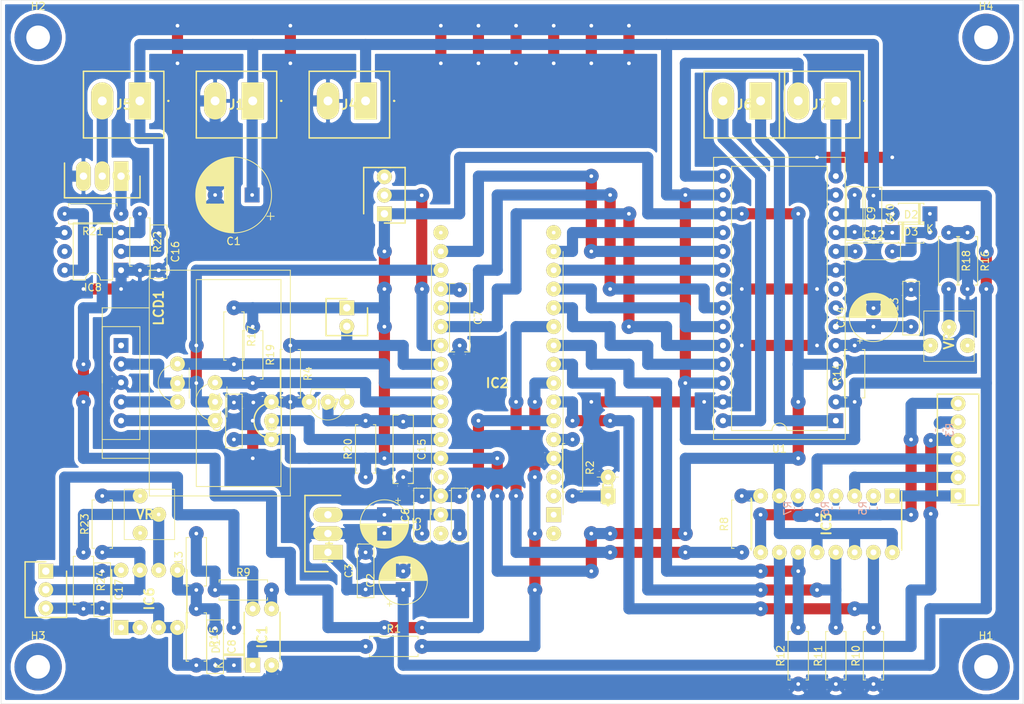
<source format=kicad_pcb>
(kicad_pcb (version 20171130) (host pcbnew "(5.1.2)-1")
  (layers (0 F.Cu signal) (31 B.Cu signal) (34 B.Paste user) (35 F.Paste user) (36 B.SilkS user) (37 F.SilkS user) (38 B.Mask user) (39 F.Mask user) (44 Edge.Cuts user))
  (net 0 "")
  (net 1 +12V)
  (net 2 GND)
  (net 3 +8V)
  (net 4 "Net-(C7-Pad1)")
  (net 5 /T=0.1s)
  (net 6 GNDPWR)
  (net 7 "Net-(C10-Pad2)")
  (net 8 +5V)
  (net 9 "Net-(C12-Pad2)")
  (net 10 "Net-(C12-Pad1)")
  (net 11 "Net-(C13-Pad1)")
  (net 12 VoltageReference)
  (net 13 +1V8)
  (net 14 "Net-(D1-Pad2)")
  (net 15 "Net-(IC1-Pad1)")
  (net 16 "Net-(IC1-Pad3)")
  (net 17 "Net-(IC2-Pad1)")
  (net 18 "Net-(IC2-Pad2)")
  (net 19 "Net-(IC2-Pad3)")
  (net 20 "Net-(IC2-Pad5)")
  (net 21 HEATER_PWM)
  (net 22 SIG1)
  (net 23 SpeedCommand)
  (net 24 SIG2)
  (net 25 SIG3)
  (net 26 SIG4)
  (net 27 STCK)
  (net 28 "CS(INV)")
  (net 29 MOSI)
  (net 30 MISO)
  (net 31 "Net-(IC2-Pad18)")
  (net 32 TemperatureData)
  (net 33 SCL)
  (net 34 SDA)
  (net 35 ThermistorData)
  (net 36 Potentiometer)
  (net 37 "FLAG(INV)")
  (net 38 "BUSY(INV)")
  (net 39 +3V3)
  (net 40 SCK)
  (net 41 "Net-(IC2-PadMH1)")
  (net 42 "Net-(IC2-PadMH2)")
  (net 43 "Net-(IC2-PadMH3)")
  (net 44 "Net-(IC2-PadMH4)")
  (net 45 "Net-(IC3-Pad1)")
  (net 46 "Net-(IC3-Pad2)")
  (net 47 "Net-(IC3-Pad3)")
  (net 48 "Net-(IC3-Pad4)")
  (net 49 "Net-(IC3-Pad5)")
  (net 50 "Net-(IC3-Pad6)")
  (net 51 "Net-(IC3-Pad8)")
  (net 52 GNDD)
  (net 53 "Net-(IC3-Pad10)")
  (net 54 "Net-(IC6-Pad1)")
  (net 55 "Net-(IC6-Pad6)")
  (net 56 /MAX1.5V)
  (net 57 "Net-(IC7-Pad1)")
  (net 58 "Net-(IC8-Pad5)")
  (net 59 "Net-(IC8-Pad6)")
  (net 60 "Net-(J3-Pad5)")
  (net 61 "Net-(J5-Pad2)")
  (net 62 MotorA2)
  (net 63 MotorA1)
  (net 64 MotorB1)
  (net 65 MotorB2)
  (net 66 "Net-(LCD1-Pad1)")
  (net 67 /SDA_3_3_PULLEDUP)
  (net 68 /SCL_3_3_PILLEDUP)
  (net 69 "Net-(LED1-Pad1)")
  (net 70 "Net-(Q3-Pad1)")
  (net 71 /1.5V)
  (net 72 "Net-(R16-Pad1)")
  (net 73 "Net-(R18-Pad2)")
  (net 74 "Net-(R23-Pad2)")
  (net 75 "Net-(U1-Pad7)")
  (net 76 "Net-(U1-Pad8)")
  (net 77 "Net-(VR1-Pad3)")
  (net 78 "Net-(VR2-Pad3)")
  (module Capacitor_THT:C_Rect_L7.0mm_W2.0mm_P5.00mm (layer F.Cu) (at 109.22 134.54 90)
    (fp_text reference C3 (at 2.5 -2.25 90) (layer F.SilkS))
    (fp_text value 1uF50V)
    (pad 2 thru_hole circle (at 5 0 90) (size 2 2) (drill 0.5) (layers *.Cu *.Mask) (net 2 GND))
    (pad 1 thru_hole circle (at 0 0 90) (size 2 2) (drill 0.5) (layers *.Cu *.Mask) (net 1 +12V))
  )
  (module Resistor_THT:R_Axial_DIN0207_L6.3mm_D2.5mm_P7.62mm_Horizontal (layer F.Cu) (at 160.02 129.54 90)
    (fp_text reference R8 (at 3.81 -2.37 90) (layer F.SilkS))
    (fp_text value 330)
    (pad 2 thru_hole oval (at 7.62 0 90) (size 2 2) (drill 0.5) (layers *.Cu *.Mask) (net 51 "Net-(IC3-Pad8)"))
    (pad 1 thru_hole circle (at 0 0 90) (size 2 2) (drill 0.5) (layers *.Cu *.Mask) (net 26 SIG4))
  )
  (module AE-L6470DIP28:LP0003A (layer F.Cu) (at 96.52 111.76 90)
    (fp_text reference IC5 (at -0.518 0.022 90) (layer F.SilkS) (effects (font (size 1.27 1.27) (thickness 0.254))))
    (fp_text value LM61 hide)
    (pad 1 thru_hole circle (at -2.54 -0.016 180) (size 2 2) (drill 0.8) (layers *.Cu *.Mask F.SilkS) (net 8 +5V))
    (pad 2 thru_hole circle (at 0 0 180) (size 2 2) (drill 0.8) (layers *.Cu *.Mask F.SilkS) (net 32 TemperatureData))
    (pad 3 thru_hole circle (at 2.54 -0.016 180) (size 2 2) (drill 0.8) (layers *.Cu *.Mask F.SilkS) (net 2 GND))
  )
  (module "AE-L6470DIP28:TO-92_3L_(AMMO)" (layer F.Cu) (at 83.82 106.68 270)
    (fp_text reference Q1 (at 0 0 90) (layer F.SilkS) (effects (font (size 1.27 1.27) (thickness 0.254))))
    (fp_text value 2N7000TA hide)
    (pad 1 thru_hole circle (at 2.54 0) (size 2 2) (drill 0.8) (layers *.Cu *.Mask F.SilkS) (net 67 /SDA_3_3_PULLEDUP))
    (pad 2 thru_hole circle (at 0 0) (size 2 2) (drill 0.8) (layers *.Cu *.Mask F.SilkS) (net 39 +3V3))
    (pad 3 thru_hole circle (at -2.6 0) (size 2 2) (drill 0.8) (layers *.Cu *.Mask F.SilkS) (net 34 SDA))
  )
  (module "AE-L6470DIP28:TO-92_3L_(AMMO)" (layer F.Cu) (at 88.9 109.22 270)
    (fp_text reference Q2 (at 0 0 90) (layer F.SilkS) (effects (font (size 1.27 1.27) (thickness 0.254))))
    (fp_text value 2N7000TA hide)
    (pad 3 thru_hole circle (at -2.6 0) (size 2 2) (drill 0.8) (layers *.Cu *.Mask F.SilkS) (net 33 SCL))
    (pad 2 thru_hole circle (at 0 0) (size 2 2) (drill 0.8) (layers *.Cu *.Mask F.SilkS) (net 39 +3V3))
    (pad 1 thru_hole circle (at 2.54 0) (size 2 2) (drill 0.8) (layers *.Cu *.Mask F.SilkS) (net 68 /SCL_3_3_PILLEDUP))
  )
  (module switchScienceLCD:SwitchScienceSSCI-014076 (layer F.Cu) (at 76.2 106.68 270)
    (fp_text reference LCD1 (at -10.16 -5.08 90) (layer F.SilkS) (effects (font (size 1.27 1.27) (thickness 0.254))))
    (fp_text value SwitchScienceSSCI-014052 hide)
    (pad 1 thru_hole rect (at -5.08 0 270) (size 2 2) (drill 0.8) (layers *.Cu *.Mask) (net 66 "Net-(LCD1-Pad1)"))
    (pad 2 thru_hole circle (at -2.58 0 270) (size 2 2) (drill 0.8) (layers *.Cu *.Mask) (net 39 +3V3))
    (pad 3 thru_hole circle (at -0.08 0 270) (size 2 2) (drill 0.8) (layers *.Cu *.Mask) (net 2 GND))
    (pad 4 thru_hole circle (at 2.54 0 270) (size 2 2) (drill 0.8) (layers *.Cu *.Mask) (net 67 /SDA_3_3_PULLEDUP))
    (pad 5 thru_hole circle (at 5.08 0 270) (size 2 2) (drill 0.8) (layers *.Cu *.Mask) (net 68 /SCL_3_3_PILLEDUP))
  )
  (module Capacitor_THT:C_Rect_L7.0mm_W2.0mm_P5.00mm (layer F.Cu) (at 91.44 114.3 90)
    (fp_text reference C11 (at 2.5 -2.25 90) (layer F.SilkS))
    (fp_text value 0.1uF)
    (pad 1 thru_hole circle (at 0 0 90) (size 2 2) (drill 0.5) (layers *.Cu *.Mask) (net 8 +5V))
    (pad 2 thru_hole circle (at 5 0 90) (size 2 2) (drill 0.5) (layers *.Cu *.Mask) (net 2 GND))
  )
  (module AE-L6470DIP28:LM336BZ25NOPB (layer F.Cu) (at 105.41 109.22 180)
    (fp_text reference IC7 (at 1.27 -0.383) (layer F.SilkS) (effects (font (size 1.27 1.27) (thickness 0.254))))
    (fp_text value LM336BZ-2.5_NOPB hide)
    (pad 1 thru_hole circle (at -1.27 0 270) (size 2 2) (drill 0.8) (layers *.Cu *.Mask F.SilkS) (net 57 "Net-(IC7-Pad1)"))
    (pad 2 thru_hole circle (at 1.27 0 270) (size 2 2) (drill 0.8) (layers *.Cu *.Mask F.SilkS) (net 12 VoltageReference))
    (pad 3 thru_hole circle (at 3.81 0 270) (size 2 2) (drill 0.8) (layers *.Cu *.Mask F.SilkS) (net 2 GND))
  )
  (module AE-L6470DIP28:ARDNANO30NP (layer F.Cu) (at 134.62 124.46 180)
    (fp_text reference IC2 (at 7.62 17.78) (layer F.SilkS) (effects (font (size 1.27 1.27) (thickness 0.254))))
    (fp_text value ARD-NANO30NP hide)
    (pad 1 thru_hole rect (at 0 0 270) (size 2 2) (drill 0.8) (layers *.Cu *.Mask F.SilkS) (net 17 "Net-(IC2-Pad1)"))
    (pad 2 thru_hole circle (at 0 2.54 270) (size 2 2) (drill 0.8) (layers *.Cu *.Mask F.SilkS) (net 18 "Net-(IC2-Pad2)"))
    (pad 3 thru_hole circle (at 0 5.08 270) (size 2 2) (drill 0.8) (layers *.Cu *.Mask F.SilkS) (net 19 "Net-(IC2-Pad3)"))
    (pad 4 thru_hole circle (at 0 7.62 270) (size 2 2) (drill 0.8) (layers *.Cu *.Mask F.SilkS) (net 2 GND))
    (pad 5 thru_hole circle (at 0 10.16 270) (size 2 2) (drill 0.8) (layers *.Cu *.Mask F.SilkS) (net 20 "Net-(IC2-Pad5)"))
    (pad 6 thru_hole circle (at 0 12.7 270) (size 2 2) (drill 0.8) (layers *.Cu *.Mask F.SilkS) (net 21 HEATER_PWM))
    (pad 7 thru_hole circle (at 0 15.24 270) (size 2 2) (drill 0.8) (layers *.Cu *.Mask F.SilkS) (net 22 SIG1))
    (pad 8 thru_hole circle (at 0 17.78 270) (size 2 2) (drill 0.8) (layers *.Cu *.Mask F.SilkS) (net 23 SpeedCommand))
    (pad 9 thru_hole circle (at 0 20.32 270) (size 2 2) (drill 0.8) (layers *.Cu *.Mask F.SilkS) (net 24 SIG2))
    (pad 10 thru_hole circle (at 0 22.86 270) (size 2 2) (drill 0.8) (layers *.Cu *.Mask F.SilkS) (net 25 SIG3))
    (pad 11 thru_hole circle (at 0 25.4 270) (size 2 2) (drill 0.8) (layers *.Cu *.Mask F.SilkS) (net 26 SIG4))
    (pad 12 thru_hole circle (at 0 27.94 270) (size 2 2) (drill 0.8) (layers *.Cu *.Mask F.SilkS) (net 27 STCK))
    (pad 13 thru_hole circle (at 0 30.48 270) (size 2 2) (drill 0.8) (layers *.Cu *.Mask F.SilkS) (net 28 "CS(INV)"))
    (pad 14 thru_hole circle (at 0 33.02 270) (size 2 2) (drill 0.8) (layers *.Cu *.Mask F.SilkS) (net 29 MOSI))
    (pad 15 thru_hole circle (at 0 35.56 270) (size 2 2) (drill 0.8) (layers *.Cu *.Mask F.SilkS) (net 30 MISO))
    (pad 16 thru_hole circle (at 15.24 0 270) (size 2 2) (drill 0.8) (layers *.Cu *.Mask F.SilkS) (net 3 +8V))
    (pad 17 thru_hole circle (at 15.24 2.54 270) (size 2 2) (drill 0.8) (layers *.Cu *.Mask F.SilkS) (net 2 GND))
    (pad 18 thru_hole circle (at 15.24 5.08 270) (size 2 2) (drill 0.8) (layers *.Cu *.Mask F.SilkS) (net 31 "Net-(IC2-Pad18)"))
    (pad 19 thru_hole circle (at 15.24 7.62 270) (size 2 2) (drill 0.8) (layers *.Cu *.Mask F.SilkS) (net 8 +5V))
    (pad 20 thru_hole circle (at 15.24 10.16 270) (size 2 2) (drill 0.8) (layers *.Cu *.Mask F.SilkS) (net 32 TemperatureData))
    (pad 21 thru_hole circle (at 15.24 12.7 270) (size 2 2) (drill 0.8) (layers *.Cu *.Mask F.SilkS) (net 12 VoltageReference))
    (pad 22 thru_hole circle (at 15.24 15.24 270) (size 2 2) (drill 0.8) (layers *.Cu *.Mask F.SilkS) (net 33 SCL))
    (pad 23 thru_hole circle (at 15.24 17.78 270) (size 2 2) (drill 0.8) (layers *.Cu *.Mask F.SilkS) (net 34 SDA))
    (pad 24 thru_hole circle (at 15.24 20.32 270) (size 2 2) (drill 0.8) (layers *.Cu *.Mask F.SilkS) (net 35 ThermistorData))
    (pad 25 thru_hole circle (at 15.24 22.86 270) (size 2 2) (drill 0.8) (layers *.Cu *.Mask F.SilkS) (net 36 Potentiometer))
    (pad 26 thru_hole circle (at 15.24 25.4 270) (size 2 2) (drill 0.8) (layers *.Cu *.Mask F.SilkS) (net 37 "FLAG(INV)"))
    (pad 27 thru_hole circle (at 15.24 27.94 270) (size 2 2) (drill 0.8) (layers *.Cu *.Mask F.SilkS) (net 38 "BUSY(INV)"))
    (pad 28 thru_hole circle (at 15.24 30.48 270) (size 2 2) (drill 0.8) (layers *.Cu *.Mask F.SilkS) (net 4 "Net-(C7-Pad1)"))
    (pad 29 thru_hole circle (at 15.24 33.02 270) (size 2 2) (drill 0.8) (layers *.Cu *.Mask F.SilkS) (net 39 +3V3))
    (pad 30 thru_hole circle (at 15.24 35.56 270) (size 2 2) (drill 0.8) (layers *.Cu *.Mask F.SilkS) (net 40 SCK))
    (pad MH1 thru_hole circle (at 0 -2.54 270) (size 2 2) (drill 0.5) (layers *.Cu *.Mask F.SilkS) (net 41 "Net-(IC2-PadMH1)"))
    (pad MH2 thru_hole circle (at 0 38.1 270) (size 2 2) (drill 0.5) (layers *.Cu *.Mask F.SilkS) (net 42 "Net-(IC2-PadMH2)"))
    (pad MH3 thru_hole circle (at 15.24 38.1 270) (size 2 2) (drill 0.5) (layers *.Cu *.Mask F.SilkS) (net 43 "Net-(IC2-PadMH3)"))
    (pad MH4 thru_hole circle (at 15.24 -2.54 270) (size 2 2) (drill 0.5) (layers *.Cu *.Mask F.SilkS) (net 44 "Net-(IC2-PadMH4)"))
  )
  (module Capacitor_THT:CP_Radial_D10.0mm_P5.00mm (layer F.Cu) (at 93.9 81.28 180)
    (fp_text reference C1 (at 2.5 -6.25) (layer F.SilkS))
    (fp_text value 470uF35V)
    (pad 1 thru_hole rect (at 0 0 180) (size 2 2) (drill 0.5) (layers *.Cu *.Mask) (net 1 +12V))
    (pad 2 thru_hole circle (at 5 0 180) (size 2 2) (drill 0.5) (layers *.Cu *.Mask) (net 2 GND))
  )
  (module Capacitor_THT:CP_Radial_D6.3mm_P2.50mm (layer F.Cu) (at 114.3 134.58 90)
    (fp_text reference C2 (at 1.25 -4.4 90) (layer F.SilkS))
    (fp_text value 100uF35V)
    (pad 1 thru_hole rect (at 0 0 90) (size 2 2) (drill 0.5) (layers *.Cu *.Mask) (net 1 +12V))
    (pad 2 thru_hole circle (at 2.5 0 90) (size 2 2) (drill 0.5) (layers *.Cu *.Mask) (net 2 GND))
  )
  (module Capacitor_THT:C_Rect_L7.0mm_W2.0mm_P5.00mm (layer F.Cu) (at 121.92 127 90)
    (fp_text reference C4 (at 2.5 -2.25 90) (layer F.SilkS))
    (fp_text value 1u)
    (pad 1 thru_hole circle (at 0 0 90) (size 2 2) (drill 0.5) (layers *.Cu *.Mask) (net 3 +8V))
    (pad 2 thru_hole circle (at 5 0 90) (size 2 2) (drill 0.5) (layers *.Cu *.Mask) (net 2 GND))
  )
  (module Capacitor_THT:CP_Radial_D6.3mm_P2.50mm (layer F.Cu) (at 111.76 124.46 270)
    (fp_text reference C5 (at 1.25 -4.4 90) (layer F.SilkS))
    (fp_text value 47u16V)
    (pad 1 thru_hole rect (at 0 0 270) (size 2 2) (drill 0.5) (layers *.Cu *.Mask) (net 3 +8V))
    (pad 2 thru_hole circle (at 2.5 0 270) (size 2 2) (drill 0.5) (layers *.Cu *.Mask) (net 2 GND))
  )
  (module Capacitor_THT:C_Rect_L7.0mm_W2.0mm_P5.00mm (layer F.Cu) (at 116.84 127 90)
    (fp_text reference C6 (at 2.5 -2.25 90) (layer F.SilkS))
    (fp_text value 1u)
    (pad 1 thru_hole circle (at 0 0 90) (size 2 2) (drill 0.5) (layers *.Cu *.Mask) (net 3 +8V))
    (pad 2 thru_hole circle (at 5 0 90) (size 2 2) (drill 0.5) (layers *.Cu *.Mask) (net 2 GND))
  )
  (module Capacitor_THT:C_Rect_L7.0mm_W2.0mm_P5.00mm (layer F.Cu) (at 88.9 139.78 270)
    (fp_text reference C8 (at 2.5 -2.25 90) (layer F.SilkS))
    (fp_text value 1uF)
    (pad 1 thru_hole circle (at 0 0 270) (size 2 2) (drill 0.5) (layers *.Cu *.Mask) (net 5 /T=0.1s))
    (pad 2 thru_hole circle (at 5 0 270) (size 2 2) (drill 0.5) (layers *.Cu *.Mask) (net 6 GNDPWR))
  )
  (module Capacitor_THT:C_Rect_L7.0mm_W2.0mm_P5.00mm (layer F.Cu) (at 175.26 81.28 270)
    (fp_text reference C9 (at 2.5 -2.25 90) (layer F.SilkS))
    (fp_text value 0.1u,50V)
    (pad 1 thru_hole circle (at 0 0 270) (size 2 2) (drill 0.5) (layers *.Cu *.Mask) (net 1 +12V))
    (pad 2 thru_hole circle (at 5 0 270) (size 2 2) (drill 0.5) (layers *.Cu *.Mask) (net 7 "Net-(C10-Pad2)"))
  )
  (module Capacitor_THT:C_Rect_L7.0mm_W2.0mm_P5.00mm (layer F.Cu) (at 177.8 81.36 270)
    (fp_text reference C10 (at 2.5 -2.25 90) (layer F.SilkS))
    (fp_text value 0.1u,50V)
    (pad 1 thru_hole circle (at 0 0 270) (size 2 2) (drill 0.5) (layers *.Cu *.Mask) (net 1 +12V))
    (pad 2 thru_hole circle (at 5 0 270) (size 2 2) (drill 0.5) (layers *.Cu *.Mask) (net 7 "Net-(C10-Pad2)"))
  )
  (module Capacitor_THT:C_Rect_L7.0mm_W2.0mm_P5.00mm (layer F.Cu) (at 175.34 88.9)
    (fp_text reference C12 (at 2.5 -2.25) (layer F.SilkS))
    (fp_text value 0.01u,50V)
    (pad 2 thru_hole circle (at 5 0) (size 2 2) (drill 0.5) (layers *.Cu *.Mask) (net 9 "Net-(C12-Pad2)"))
    (pad 1 thru_hole circle (at 0 0) (size 2 2) (drill 0.5) (layers *.Cu *.Mask) (net 10 "Net-(C12-Pad1)"))
  )
  (module Capacitor_THT:C_Rect_L7.0mm_W2.0mm_P5.00mm (layer F.Cu) (at 182.88 99.06 90)
    (fp_text reference C13 (at 2.5 -2.25 90) (layer F.SilkS))
    (fp_text value 0.1u)
    (pad 2 thru_hole circle (at 5 0 90) (size 2 2) (drill 0.5) (layers *.Cu *.Mask) (net 2 GND))
    (pad 1 thru_hole circle (at 0 0 90) (size 2 2) (drill 0.5) (layers *.Cu *.Mask) (net 11 "Net-(C13-Pad1)"))
  )
  (module Capacitor_THT:CP_Radial_D6.3mm_P2.50mm (layer F.Cu) (at 177.8 99.06 90)
    (fp_text reference C14 (at 1.25 -4.4 90) (layer F.SilkS))
    (fp_text value 47u)
    (pad 2 thru_hole circle (at 2.5 0 90) (size 2 2) (drill 0.5) (layers *.Cu *.Mask) (net 2 GND))
    (pad 1 thru_hole rect (at 0 0 90) (size 2 2) (drill 0.5) (layers *.Cu *.Mask) (net 11 "Net-(C13-Pad1)"))
  )
  (module Capacitor_THT:C_Rect_L7.0mm_W2.0mm_P5.00mm (layer F.Cu) (at 81.28 86.44 270)
    (fp_text reference C16 (at 2.5 -2.25 90) (layer F.SilkS))
    (fp_text value 0.1u)
    (pad 2 thru_hole circle (at 5 0 270) (size 2 2) (drill 0.5) (layers *.Cu *.Mask) (net 2 GND))
    (pad 1 thru_hole circle (at 0 0 270) (size 2 2) (drill 0.5) (layers *.Cu *.Mask) (net 1 +12V))
  )
  (module Capacitor_THT:C_Rect_L7.0mm_W2.0mm_P5.00mm (layer F.Cu) (at 73.66 132.08 270)
    (fp_text reference C17 (at 2.5 -2.25 90) (layer F.SilkS))
    (fp_text value 0.1u)
    (pad 2 thru_hole circle (at 5 0 270) (size 2 2) (drill 0.5) (layers *.Cu *.Mask) (net 6 GNDPWR))
    (pad 1 thru_hole circle (at 0 0 270) (size 2 2) (drill 0.5) (layers *.Cu *.Mask) (net 13 +1V8))
  )
  (module Diode_THT:D_T-1_P5.08mm_Horizontal (layer F.Cu) (at 91.44 144.78 90)
    (fp_text reference D1 (at 2.54 -2.42 90) (layer F.SilkS))
    (fp_text value 1N4148)
    (fp_text user K (at 0 -2 90) (layer F.SilkS))
    (pad 1 thru_hole rect (at 0 0 90) (size 2 2) (drill 0.5) (layers *.Cu *.Mask) (net 6 GNDPWR))
    (pad 2 thru_hole oval (at 5.08 0 90) (size 2 2) (drill 0.5) (layers *.Cu *.Mask) (net 14 "Net-(D1-Pad2)"))
  )
  (module Diode_THT:D_T-1_P5.08mm_Horizontal (layer F.Cu) (at 180.34 86.36)
    (fp_text reference D2 (at 2.54 -2.42) (layer F.SilkS))
    (fp_text value 1N4148)
    (fp_text user K (at 0 -2) (layer F.SilkS))
    (pad 1 thru_hole rect (at 0 0) (size 2 2) (drill 0.5) (layers *.Cu *.Mask) (net 7 "Net-(C10-Pad2)"))
    (pad 2 thru_hole oval (at 5.08 0) (size 2 2) (drill 0.5) (layers *.Cu *.Mask) (net 9 "Net-(C12-Pad2)"))
  )
  (module Diode_THT:D_T-1_P5.08mm_Horizontal (layer F.Cu) (at 185.42 83.82 180)
    (fp_text reference D3 (at 2.54 -2.42) (layer F.SilkS))
    (fp_text value "1N4148(100V)")
    (fp_text user K (at 0 -2) (layer F.SilkS))
    (pad 2 thru_hole oval (at 5.08 0 180) (size 2 2) (drill 0.5) (layers *.Cu *.Mask) (net 1 +12V))
    (pad 1 thru_hole rect (at 0 0 180) (size 2 2) (drill 0.5) (layers *.Cu *.Mask) (net 9 "Net-(C12-Pad2)"))
  )
  (module MountingHole:MountingHole_3.2mm_M3_Pad (layer F.Cu) (at 193 145)
    (fp_text reference H1 (at 0 -4.2) (layer F.SilkS))
    (fp_text value MountingHole)
    (pad 1 thru_hole circle (at 0 0) (size 6.4 6.4) (drill 3.2) (layers *.Cu *.Mask))
  )
  (module MountingHole:MountingHole_3.2mm_M3_Pad (layer F.Cu) (at 65 60)
    (fp_text reference H2 (at 0 -4.2) (layer F.SilkS))
    (fp_text value MountingHole)
    (pad 1 thru_hole circle (at 0 0) (size 6.4 6.4) (drill 3.2) (layers *.Cu *.Mask))
  )
  (module MountingHole:MountingHole_3.2mm_M3_Pad (layer F.Cu) (at 65 145)
    (fp_text reference H3 (at 0 -4.2) (layer F.SilkS))
    (fp_text value MountingHole)
    (pad 1 thru_hole circle (at 0 0) (size 6.4 6.4) (drill 3.2) (layers *.Cu *.Mask))
  )
  (module MountingHole:MountingHole_3.2mm_M3_Pad (layer F.Cu) (at 193 60)
    (fp_text reference H4 (at 0 -4.2) (layer F.SilkS))
    (fp_text value MountingHole)
    (pad 1 thru_hole circle (at 0 0) (size 6.4 6.4) (drill 3.2) (layers *.Cu *.Mask))
  )
  (module AE-L6470DIP28:DIP762W60P254L458H485Q4N (layer F.Cu) (at 95.25 140.97 90)
    (fp_text reference IC1 (at 0 0 90) (layer F.SilkS) (effects (font (size 1.27 1.27) (thickness 0.254))))
    (fp_text value TLP621 hide)
    (pad 1 thru_hole rect (at -3.81 -1.27 180) (size 2 2) (drill 0.8) (layers *.Cu *.Mask F.SilkS) (net 15 "Net-(IC1-Pad1)"))
    (pad 2 thru_hole circle (at -3.81 1.27 180) (size 2 2) (drill 0.8) (layers *.Cu *.Mask F.SilkS) (net 2 GND))
    (pad 3 thru_hole circle (at 3.81 1.27 180) (size 2 2) (drill 0.8) (layers *.Cu *.Mask F.SilkS) (net 16 "Net-(IC1-Pad3)"))
    (pad 4 thru_hole circle (at 3.81 -1.27 180) (size 2 2) (drill 0.8) (layers *.Cu *.Mask F.SilkS) (net 13 +1V8))
  )
  (module AE-L6470DIP28:DIP762W60P254L1982H400Q16N (layer F.Cu) (at 171.45 125.73 270)
    (fp_text reference IC3 (at 0 0 90) (layer F.SilkS) (effects (font (size 1.27 1.27) (thickness 0.254))))
    (fp_text value TLP521-4 hide)
    (pad 1 thru_hole rect (at -3.81 -8.89) (size 2 2) (drill 0.8) (layers *.Cu *.Mask F.SilkS) (net 45 "Net-(IC3-Pad1)"))
    (pad 2 thru_hole circle (at -3.81 -6.35) (size 2 2) (drill 0.8) (layers *.Cu *.Mask F.SilkS) (net 46 "Net-(IC3-Pad2)"))
    (pad 3 thru_hole circle (at -3.81 -3.81) (size 2 2) (drill 0.8) (layers *.Cu *.Mask F.SilkS) (net 47 "Net-(IC3-Pad3)"))
    (pad 4 thru_hole circle (at -3.81 -1.27) (size 2 2) (drill 0.8) (layers *.Cu *.Mask F.SilkS) (net 48 "Net-(IC3-Pad4)"))
    (pad 5 thru_hole circle (at -3.81 1.27) (size 2 2) (drill 0.8) (layers *.Cu *.Mask F.SilkS) (net 49 "Net-(IC3-Pad5)"))
    (pad 6 thru_hole circle (at -3.81 3.81) (size 2 2) (drill 0.8) (layers *.Cu *.Mask F.SilkS) (net 50 "Net-(IC3-Pad6)"))
    (pad 7 thru_hole circle (at -3.81 6.35) (size 2 2) (drill 0.8) (layers *.Cu *.Mask F.SilkS) (net 8 +5V))
    (pad 8 thru_hole circle (at -3.81 8.89) (size 2 2) (drill 0.8) (layers *.Cu *.Mask F.SilkS) (net 51 "Net-(IC3-Pad8)"))
    (pad 9 thru_hole circle (at 3.81 8.89) (size 2 2) (drill 0.8) (layers *.Cu *.Mask F.SilkS) (net 52 GNDD))
    (pad 10 thru_hole circle (at 3.81 6.35) (size 2 2) (drill 0.8) (layers *.Cu *.Mask F.SilkS) (net 53 "Net-(IC3-Pad10)"))
    (pad 11 thru_hole circle (at 3.81 3.81) (size 2 2) (drill 0.8) (layers *.Cu *.Mask F.SilkS) (net 25 SIG3))
    (pad 12 thru_hole circle (at 3.81 1.27) (size 2 2) (drill 0.8) (layers *.Cu *.Mask F.SilkS) (net 8 +5V))
    (pad 13 thru_hole circle (at 3.81 -1.27) (size 2 2) (drill 0.8) (layers *.Cu *.Mask F.SilkS) (net 24 SIG2))
    (pad 14 thru_hole circle (at 3.81 -3.81) (size 2 2) (drill 0.8) (layers *.Cu *.Mask F.SilkS) (net 8 +5V))
    (pad 15 thru_hole circle (at 3.81 -6.35) (size 2 2) (drill 0.8) (layers *.Cu *.Mask F.SilkS) (net 22 SIG1))
    (pad 16 thru_hole circle (at 3.81 -8.89) (size 2 2) (drill 0.8) (layers *.Cu *.Mask F.SilkS) (net 8 +5V))
  )
  (module AE-L6470DIP28:TO254P482X997X2018-3P (layer F.Cu) (at 104.14 129.54 90)
    (fp_text reference IC4 (at 0 0 90) (layer F.SilkS) (effects (font (size 1.27 1.27) (thickness 0.254))))
    (fp_text value MC7808CTG hide)
    (pad 1 thru_hole rect (at 0 0 180) (size 4 2) (drill 1) (layers *.Cu *.Mask F.SilkS) (net 1 +12V))
    (pad 2 thru_hole oval (at 2.54 0 180) (size 4 2) (drill 1) (layers *.Cu *.Mask F.SilkS) (net 2 GND))
    (pad 3 thru_hole oval (at 5.08 0 180) (size 4 2) (drill 1) (layers *.Cu *.Mask F.SilkS) (net 3 +8V))
  )
  (module AE-L6470DIP28:CDIP775W53P254L1016H508Q8 (layer F.Cu) (at 80.01 135.825 90)
    (fp_text reference IC6 (at 0 0 90) (layer F.SilkS) (effects (font (size 1.27 1.27) (thickness 0.254))))
    (fp_text value MCP6232 hide)
    (pad 1 thru_hole rect (at -3.875 -3.81 180) (size 2 2) (drill 0.8) (layers *.Cu *.Mask F.SilkS) (net 54 "Net-(IC6-Pad1)"))
    (pad 2 thru_hole circle (at -3.875 -1.27 180) (size 2 2) (drill 0.8) (layers *.Cu *.Mask F.SilkS) (net 54 "Net-(IC6-Pad1)"))
    (pad 3 thru_hole circle (at -3.875 1.27 180) (size 2 2) (drill 0.8) (layers *.Cu *.Mask F.SilkS) (net 6 GNDPWR))
    (pad 4 thru_hole circle (at -3.875 3.81 180) (size 2 2) (drill 0.8) (layers *.Cu *.Mask F.SilkS) (net 6 GNDPWR))
    (pad 5 thru_hole circle (at 3.875 3.81 180) (size 2 2) (drill 0.8) (layers *.Cu *.Mask F.SilkS) (net 5 /T=0.1s))
    (pad 6 thru_hole circle (at 3.875 1.27 180) (size 2 2) (drill 0.8) (layers *.Cu *.Mask F.SilkS) (net 55 "Net-(IC6-Pad6)"))
    (pad 7 thru_hole circle (at 3.875 -1.27 180) (size 2 2) (drill 0.8) (layers *.Cu *.Mask F.SilkS) (net 56 /MAX1.5V))
    (pad 8 thru_hole circle (at 3.875 -3.81 180) (size 2 2) (drill 0.8) (layers *.Cu *.Mask F.SilkS) (net 13 +1V8))
  )
  (module AE-L6470DIP28:AKIDUKI_SOT23_DIP-6_W7.62mm (layer F.Cu) (at 76.2 91.44 180)
    (fp_text reference IC8 (at 3.81 -2.33) (layer F.SilkS))
    (fp_text value MCP1402T_DIP)
    (pad 1 thru_hole rect (at 0 0 180) (size 2 2) (drill 0.8) (layers *.Cu *.Mask) (net 2 GND))
    (pad 4 thru_hole oval (at 7.62 5.08 180) (size 2 2) (drill 0.8) (layers *.Cu *.Mask) (net 2 GND))
    (pad 2 thru_hole oval (at 0 2.54 180) (size 2 2) (drill 0.8) (layers *.Cu *.Mask) (net 1 +12V))
    (pad 5 thru_hole oval (at 7.62 2.54 180) (size 2 2) (drill 0.8) (layers *.Cu *.Mask) (net 58 "Net-(IC8-Pad5)"))
    (pad 3 thru_hole oval (at 0 5.08 180) (size 2 2) (drill 0.8) (layers *.Cu *.Mask) (net 21 HEATER_PWM))
    (pad 6 thru_hole oval (at 7.62 0 180) (size 2 2) (drill 0.8) (layers *.Cu *.Mask) (net 59 "Net-(IC8-Pad6)"))
  )
  (module AE-L6470DIP28:TB11222E1 (layer F.Cu) (at 93.98 68.58 180)
    (fp_text reference J1 (at 2.19 -0.5) (layer F.SilkS) (effects (font (size 1.27 1.27) (thickness 0.254))))
    (fp_text value "TB112-2-2-E-1(POWER IN)" hide)
    (pad 1 thru_hole rect (at 0 0 270) (size 5 3) (drill 1.2) (layers *.Cu *.Mask F.SilkS) (net 1 +12V))
    (pad 2 thru_hole oval (at 5.08 0 270) (size 5 3) (drill 1.2) (layers *.Cu *.Mask F.SilkS) (net 2 GND))
  )
  (module AE-L6470DIP28:TB11222E1 (layer F.Cu) (at 109.22 68.58 180)
    (fp_text reference J4 (at 2.19 -0.5) (layer F.SilkS) (effects (font (size 1.27 1.27) (thickness 0.254))))
    (fp_text value "TB112-2-2-E-1(FAN)" hide)
    (pad 2 thru_hole oval (at 5.08 0 270) (size 5 3) (drill 1.2) (layers *.Cu *.Mask F.SilkS) (net 2 GND))
    (pad 1 thru_hole rect (at 0 0 270) (size 5 3) (drill 1.2) (layers *.Cu *.Mask F.SilkS) (net 1 +12V))
  )
  (module AE-L6470DIP28:TB11222E1 (layer F.Cu) (at 78.74 68.58 180)
    (fp_text reference J5 (at 2.19 -0.5) (layer F.SilkS) (effects (font (size 1.27 1.27) (thickness 0.254))))
    (fp_text value "TB112-2-2-E-1(HEATER)" hide)
    (pad 1 thru_hole rect (at 0 0 270) (size 5 3) (drill 1.2) (layers *.Cu *.Mask F.SilkS) (net 1 +12V))
    (pad 2 thru_hole oval (at 5.08 0 270) (size 5 3) (drill 1.2) (layers *.Cu *.Mask F.SilkS) (net 61 "Net-(J5-Pad2)"))
  )
  (module AE-L6470DIP28:TB11222E1 (layer F.Cu) (at 162.56 68.58 180)
    (fp_text reference J6 (at 2.19 -0.5) (layer F.SilkS) (effects (font (size 1.27 1.27) (thickness 0.254))))
    (fp_text value "TB112-2-2-E-1(MOTOR A)" hide)
    (pad 2 thru_hole oval (at 5.08 0 270) (size 5 3) (drill 1.2) (layers *.Cu *.Mask F.SilkS) (net 62 MotorA2))
    (pad 1 thru_hole rect (at 0 0 270) (size 5 3) (drill 1.2) (layers *.Cu *.Mask F.SilkS) (net 63 MotorA1))
  )
  (module AE-L6470DIP28:TB11222E1 (layer F.Cu) (at 172.72 68.58 180)
    (fp_text reference J7 (at 2.19 -0.5) (layer F.SilkS) (effects (font (size 1.27 1.27) (thickness 0.254))))
    (fp_text value "TB112-2-2-E-1(MOTOR B)" hide)
    (pad 1 thru_hole rect (at 0 0 270) (size 5 3) (drill 1.2) (layers *.Cu *.Mask F.SilkS) (net 64 MotorB1))
    (pad 2 thru_hole oval (at 5.08 0 270) (size 5 3) (drill 1.2) (layers *.Cu *.Mask F.SilkS) (net 65 MotorB2))
  )
  (module AE-L6470DIP28:OSR5JA3Z74A (layer F.Cu) (at 141.97 120.65 90)
    (fp_text reference LED1 (at -0.271 0 90) (layer F.SilkS) (effects (font (size 1.27 1.27) (thickness 0.254))))
    (fp_text value OSR5JA3Z74A hide)
    (pad 1 thru_hole rect (at -1.27 0 180) (size 2 2) (drill 0.8) (layers *.Cu *.Mask F.SilkS) (net 69 "Net-(LED1-Pad1)"))
    (pad 2 thru_hole circle (at 1.27 0 180) (size 2 2) (drill 0.8) (layers *.Cu *.Mask F.SilkS) (net 2 GND))
  )
  (module AE-L6470DIP28:TO254P470X990X1965-3P (layer F.Cu) (at 76.2 78.74 180)
    (fp_text reference Q3 (at 0 0) (layer F.SilkS) (effects (font (size 1.27 1.27) (thickness 0.254))))
    (fp_text value EKI04027 hide)
    (pad 1 thru_hole rect (at 0 0 270) (size 4 2) (drill 1) (layers *.Cu *.Mask F.SilkS) (net 70 "Net-(Q3-Pad1)"))
    (pad 2 thru_hole oval (at 2.54 0 270) (size 4 2) (drill 1) (layers *.Cu *.Mask F.SilkS) (net 61 "Net-(J5-Pad2)"))
    (pad 3 thru_hole oval (at 5.08 0 270) (size 4 2) (drill 1) (layers *.Cu *.Mask F.SilkS) (net 2 GND))
  )
  (module Resistor_THT:R_Axial_DIN0207_L6.3mm_D2.5mm_P7.62mm_Horizontal (layer F.Cu) (at 109.22 142.24)
    (fp_text reference R1 (at 3.81 -2.37) (layer F.SilkS))
    (fp_text value 330)
    (pad 2 thru_hole oval (at 7.62 0) (size 2 2) (drill 0.5) (layers *.Cu *.Mask) (net 23 SpeedCommand))
    (pad 1 thru_hole circle (at 0 0) (size 2 2) (drill 0.5) (layers *.Cu *.Mask) (net 15 "Net-(IC1-Pad1)"))
  )
  (module Resistor_THT:R_Axial_DIN0207_L6.3mm_D2.5mm_P7.62mm_Horizontal (layer F.Cu) (at 137.16 114.3 270)
    (fp_text reference R2 (at 3.81 -2.37 90) (layer F.SilkS))
    (fp_text value 1k)
    (pad 1 thru_hole circle (at 0 0 270) (size 2 2) (drill 0.5) (layers *.Cu *.Mask) (net 20 "Net-(IC2-Pad5)"))
    (pad 2 thru_hole oval (at 7.62 0 270) (size 2 2) (drill 0.5) (layers *.Cu *.Mask) (net 69 "Net-(LED1-Pad1)"))
  )
  (module Resistor_THT:R_Axial_DIN0207_L6.3mm_D2.5mm_P7.62mm_Horizontal (layer F.Cu) (at 99.06 101.6 270)
    (fp_text reference R4 (at 3.81 -2.37 90) (layer F.SilkS))
    (fp_text value 330)
    (pad 1 thru_hole circle (at 0 0 270) (size 2 2) (drill 0.5) (layers *.Cu *.Mask) (net 35 ThermistorData))
    (pad 2 thru_hole oval (at 7.62 0 270) (size 2 2) (drill 0.5) (layers *.Cu *.Mask) (net 2 GND))
  )
  (module Resistor_THT:R_Axial_DIN0207_L6.3mm_D2.5mm_P7.62mm_Horizontal (layer F.Cu) (at 88.9 134.62)
    (fp_text reference R9 (at 3.81 -2.37) (layer F.SilkS))
    (fp_text value 22k)
    (pad 2 thru_hole oval (at 7.62 0) (size 2 2) (drill 0.5) (layers *.Cu *.Mask) (net 16 "Net-(IC1-Pad3)"))
    (pad 1 thru_hole circle (at 0 0) (size 2 2) (drill 0.5) (layers *.Cu *.Mask) (net 14 "Net-(D1-Pad2)"))
  )
  (module Resistor_THT:R_Axial_DIN0207_L6.3mm_D2.5mm_P7.62mm_Horizontal (layer F.Cu) (at 86.36 134.62 90)
    (fp_text reference R13 (at 3.81 -2.37 90) (layer F.SilkS))
    (fp_text value 100k)
    (pad 2 thru_hole oval (at 7.62 0 90) (size 2 2) (drill 0.5) (layers *.Cu *.Mask) (net 14 "Net-(D1-Pad2)"))
    (pad 1 thru_hole circle (at 0 0 90) (size 2 2) (drill 0.5) (layers *.Cu *.Mask) (net 5 /T=0.1s))
  )
  (module Resistor_THT:R_Axial_DIN0207_L6.3mm_D2.5mm_P7.62mm_Horizontal (layer F.Cu) (at 175.26 109.22 90)
    (fp_text reference R14 (at 3.81 -2.37 90) (layer F.SilkS))
    (fp_text value 47k)
    (pad 2 thru_hole oval (at 7.62 0 90) (size 2 2) (drill 0.5) (layers *.Cu *.Mask) (net 71 /1.5V))
    (pad 1 thru_hole circle (at 0 0 90) (size 2 2) (drill 0.5) (layers *.Cu *.Mask) (net 1 +12V))
  )
  (module Resistor_THT:R_Axial_DIN0207_L6.3mm_D2.5mm_P7.62mm_Horizontal (layer F.Cu) (at 86.36 137.16 270)
    (fp_text reference R15 (at 3.81 -2.37 90) (layer F.SilkS))
    (fp_text value 1M)
    (pad 2 thru_hole oval (at 7.62 0 270) (size 2 2) (drill 0.5) (layers *.Cu *.Mask) (net 6 GNDPWR))
    (pad 1 thru_hole circle (at 0 0 270) (size 2 2) (drill 0.5) (layers *.Cu *.Mask) (net 5 /T=0.1s))
  )
  (module Resistor_THT:R_Axial_DIN0207_L6.3mm_D2.5mm_P7.62mm_Horizontal (layer F.Cu) (at 190.5 86.36 270)
    (fp_text reference R16 (at 3.81 -2.37 90) (layer F.SilkS))
    (fp_text value 4.7k)
    (pad 1 thru_hole circle (at 0 0 270) (size 2 2) (drill 0.5) (layers *.Cu *.Mask) (net 72 "Net-(R16-Pad1)"))
    (pad 2 thru_hole oval (at 7.62 0 270) (size 2 2) (drill 0.5) (layers *.Cu *.Mask) (net 2 GND))
  )
  (module Resistor_THT:R_Axial_DIN0207_L6.3mm_D2.5mm_P7.62mm_Horizontal (layer F.Cu) (at 91.44 96.52 270)
    (fp_text reference R17 (at 3.81 -2.37 90) (layer F.SilkS))
    (fp_text value 10k)
    (pad 2 thru_hole oval (at 7.62 0 270) (size 2 2) (drill 0.5) (layers *.Cu *.Mask) (net 34 SDA))
    (pad 1 thru_hole circle (at 0 0 270) (size 2 2) (drill 0.5) (layers *.Cu *.Mask) (net 8 +5V))
  )
  (module Resistor_THT:R_Axial_DIN0207_L6.3mm_D2.5mm_P7.62mm_Horizontal (layer F.Cu) (at 187.96 86.36 270)
    (fp_text reference R18 (at 3.81 -2.37 90) (layer F.SilkS))
    (fp_text value 1k)
    (pad 2 thru_hole oval (at 7.62 0 270) (size 2 2) (drill 0.5) (layers *.Cu *.Mask) (net 73 "Net-(R18-Pad2)"))
    (pad 1 thru_hole circle (at 0 0 270) (size 2 2) (drill 0.5) (layers *.Cu *.Mask) (net 72 "Net-(R16-Pad1)"))
  )
  (module Resistor_THT:R_Axial_DIN0207_L6.3mm_D2.5mm_P7.62mm_Horizontal (layer F.Cu) (at 93.98 99.06 270)
    (fp_text reference R19 (at 3.81 -2.37 90) (layer F.SilkS))
    (fp_text value 10k)
    (pad 1 thru_hole circle (at 0 0 270) (size 2 2) (drill 0.5) (layers *.Cu *.Mask) (net 8 +5V))
    (pad 2 thru_hole oval (at 7.62 0 270) (size 2 2) (drill 0.5) (layers *.Cu *.Mask) (net 33 SCL))
  )
  (module Resistor_THT:R_Axial_DIN0207_L6.3mm_D2.5mm_P7.62mm_Horizontal (layer F.Cu) (at 109.22 119.38 90)
    (fp_text reference R20 (at 3.81 -2.37 90) (layer F.SilkS))
    (fp_text value 2.2k)
    (pad 2 thru_hole oval (at 7.62 0 90) (size 2 2) (drill 0.5) (layers *.Cu *.Mask) (net 12 VoltageReference))
    (pad 1 thru_hole circle (at 0 0 90) (size 2 2) (drill 0.5) (layers *.Cu *.Mask) (net 8 +5V))
  )
  (module Resistor_THT:R_Axial_DIN0207_L6.3mm_D2.5mm_P7.62mm_Horizontal (layer F.Cu) (at 76.2 83.82 180)
    (fp_text reference R21 (at 3.81 -2.37) (layer F.SilkS))
    (fp_text value 10)
    (pad 2 thru_hole oval (at 7.62 0 180) (size 2 2) (drill 0.5) (layers *.Cu *.Mask) (net 59 "Net-(IC8-Pad6)"))
    (pad 1 thru_hole circle (at 0 0 180) (size 2 2) (drill 0.5) (layers *.Cu *.Mask) (net 70 "Net-(Q3-Pad1)"))
  )
  (module Resistor_THT:R_Axial_DIN0207_L6.3mm_D2.5mm_P7.62mm_Horizontal (layer F.Cu) (at 78.74 83.82 270)
    (fp_text reference R22 (at 3.81 -2.37 90) (layer F.SilkS))
    (fp_text value 100k)
    (pad 1 thru_hole circle (at 0 0 270) (size 2 2) (drill 0.5) (layers *.Cu *.Mask) (net 21 HEATER_PWM))
    (pad 2 thru_hole oval (at 7.62 0 270) (size 2 2) (drill 0.5) (layers *.Cu *.Mask) (net 2 GND))
  )
  (module Resistor_THT:R_Axial_DIN0207_L6.3mm_D2.5mm_P7.62mm_Horizontal (layer F.Cu) (at 73.66 129.54 90)
    (fp_text reference R23 (at 3.81 -2.37 90) (layer F.SilkS))
    (fp_text value 47k)
    (pad 1 thru_hole circle (at 0 0 90) (size 2 2) (drill 0.5) (layers *.Cu *.Mask) (net 56 /MAX1.5V))
    (pad 2 thru_hole oval (at 7.62 0 90) (size 2 2) (drill 0.5) (layers *.Cu *.Mask) (net 74 "Net-(R23-Pad2)"))
  )
  (module Resistor_THT:R_Axial_DIN0207_L6.3mm_D2.5mm_P7.62mm_Horizontal (layer F.Cu) (at 71.12 129.54 270)
    (fp_text reference R24 (at 3.81 -2.37 90) (layer F.SilkS))
    (fp_text value 100k)
    (pad 1 thru_hole circle (at 0 0 270) (size 2 2) (drill 0.5) (layers *.Cu *.Mask) (net 55 "Net-(IC6-Pad6)"))
    (pad 2 thru_hole oval (at 7.62 0 270) (size 2 2) (drill 0.5) (layers *.Cu *.Mask) (net 6 GNDPWR))
  )
  (module AE-L6470DIP28:AE-L6470DIP28 (layer F.Cu) (at 172.72 111.76 180)
    (fp_text reference U1 (at 7.62 -3.81) (layer F.SilkS))
    (fp_text value AE-L6470DIP28)
    (pad 1 thru_hole rect (at 0 0 180) (size 2 2) (drill 0.8) (layers *.Cu *.Mask) (net 63 MotorA1))
    (pad 15 thru_hole oval (at 15.24 33.02 180) (size 2 2) (drill 0.8) (layers *.Cu *.Mask) (net 65 MotorB2))
    (pad 2 thru_hole oval (at 0 2.54 180) (size 2 2) (drill 0.8) (layers *.Cu *.Mask) (net 1 +12V))
    (pad 16 thru_hole oval (at 15.24 30.48 180) (size 2 2) (drill 0.8) (layers *.Cu *.Mask) (net 1 +12V))
    (pad 3 thru_hole oval (at 0 5.08 180) (size 2 2) (drill 0.8) (layers *.Cu *.Mask) (net 8 +5V))
    (pad 17 thru_hole oval (at 15.24 27.94 180) (size 2 2) (drill 0.8) (layers *.Cu *.Mask) (net 8 +5V))
    (pad 4 thru_hole oval (at 0 7.62 180) (size 2 2) (drill 0.8) (layers *.Cu *.Mask) (net 8 +5V))
    (pad 18 thru_hole oval (at 15.24 25.4 180) (size 2 2) (drill 0.8) (layers *.Cu *.Mask) (net 30 MISO))
    (pad 5 thru_hole oval (at 0 10.16 180) (size 2 2) (drill 0.8) (layers *.Cu *.Mask) (net 71 /1.5V))
    (pad 19 thru_hole oval (at 15.24 22.86 180) (size 2 2) (drill 0.8) (layers *.Cu *.Mask) (net 40 SCK))
    (pad 6 thru_hole oval (at 0 12.7 180) (size 2 2) (drill 0.8) (layers *.Cu *.Mask) (net 11 "Net-(C13-Pad1)"))
    (pad 20 thru_hole oval (at 15.24 20.32 180) (size 2 2) (drill 0.8) (layers *.Cu *.Mask) (net 29 MOSI))
    (pad 7 thru_hole oval (at 0 15.24 180) (size 2 2) (drill 0.8) (layers *.Cu *.Mask) (net 75 "Net-(U1-Pad7)"))
    (pad 21 thru_hole oval (at 15.24 17.78 180) (size 2 2) (drill 0.8) (layers *.Cu *.Mask) (net 2 GND))
    (pad 8 thru_hole oval (at 0 17.78 180) (size 2 2) (drill 0.8) (layers *.Cu *.Mask) (net 76 "Net-(U1-Pad8)"))
    (pad 22 thru_hole oval (at 15.24 15.24 180) (size 2 2) (drill 0.8) (layers *.Cu *.Mask) (net 38 "BUSY(INV)"))
    (pad 9 thru_hole oval (at 0 20.32 180) (size 2 2) (drill 0.8) (layers *.Cu *.Mask) (net 2 GND))
    (pad 23 thru_hole oval (at 15.24 12.7 180) (size 2 2) (drill 0.8) (layers *.Cu *.Mask) (net 28 "CS(INV)"))
    (pad 10 thru_hole oval (at 0 22.86 180) (size 2 2) (drill 0.8) (layers *.Cu *.Mask) (net 10 "Net-(C12-Pad1)"))
    (pad 24 thru_hole oval (at 15.24 10.16 180) (size 2 2) (drill 0.8) (layers *.Cu *.Mask) (net 37 "FLAG(INV)"))
    (pad 11 thru_hole oval (at 0 25.4 180) (size 2 2) (drill 0.8) (layers *.Cu *.Mask) (net 7 "Net-(C10-Pad2)"))
    (pad 25 thru_hole oval (at 15.24 7.62 180) (size 2 2) (drill 0.8) (layers *.Cu *.Mask) (net 27 STCK))
    (pad 12 thru_hole oval (at 0 27.94 180) (size 2 2) (drill 0.8) (layers *.Cu *.Mask) (net 1 +12V))
    (pad 26 thru_hole oval (at 15.24 5.08 180) (size 2 2) (drill 0.8) (layers *.Cu *.Mask) (net 1 +12V))
    (pad 13 thru_hole oval (at 0 30.48 180) (size 2 2) (drill 0.8) (layers *.Cu *.Mask) (net 2 GND))
    (pad 27 thru_hole oval (at 15.24 2.54 180) (size 2 2) (drill 0.8) (layers *.Cu *.Mask) (net 2 GND))
    (pad 14 thru_hole oval (at 0 33.02 180) (size 2 2) (drill 0.8) (layers *.Cu *.Mask) (net 64 MotorB1))
    (pad 28 thru_hole oval (at 15.24 0 180) (size 2 2) (drill 0.8) (layers *.Cu *.Mask) (net 62 MotorA2))
  )
  (module AE-L6470DIP28:GF063P1 (layer F.Cu) (at 188 100.35 90)
    (fp_text reference VR1 (at 0 0 90) (layer F.SilkS) (effects (font (size 1.27 1.27) (thickness 0.254))))
    (fp_text value "GF063P1(2k)" hide)
    (pad 1 thru_hole circle (at -1.25 -2.5 180) (size 2 2) (drill 0.5) (layers *.Cu *.Mask F.SilkS) (net 71 /1.5V))
    (pad 2 thru_hole circle (at 1.25 0 180) (size 2 2) (drill 0.5) (layers *.Cu *.Mask F.SilkS) (net 73 "Net-(R18-Pad2)"))
    (pad 3 thru_hole circle (at -1.25 2.5 180) (size 2 2) (drill 0.5) (layers *.Cu *.Mask F.SilkS) (net 77 "Net-(VR1-Pad3)"))
  )
  (module AE-L6470DIP28:GF063P1 (layer F.Cu) (at 80.03 124.42)
    (fp_text reference VR2 (at 0 0) (layer F.SilkS) (effects (font (size 1.27 1.27) (thickness 0.254))))
    (fp_text value "GF063P1(5k)" hide)
    (pad 3 thru_hole circle (at -1.25 2.5 90) (size 2 2) (drill 0.5) (layers *.Cu *.Mask F.SilkS) (net 78 "Net-(VR2-Pad3)"))
    (pad 2 thru_hole circle (at 1.25 0 90) (size 2 2) (drill 0.5) (layers *.Cu *.Mask F.SilkS) (net 55 "Net-(IC6-Pad6)"))
    (pad 1 thru_hole circle (at -1.25 -2.5 90) (size 2 2) (drill 0.5) (layers *.Cu *.Mask F.SilkS) (net 74 "Net-(R23-Pad2)"))
  )
  (module AE-L6470DIP28:HDRV2W64P0X250_1X2_500X560X920P (layer F.Cu) (at 106.68 96.52 270)
    (fp_text reference J2 (at 0 0 90) (layer F.SilkS) (effects (font (size 1.27 1.27) (thickness 0.254))))
    (fp_text value "B2P-SHF-1AA__LF__SN(THERMISTOR)" hide)
    (pad 1 thru_hole rect (at 0 0) (size 2 2) (drill 1) (layers *.Cu *.Mask F.SilkS) (net 8 +5V))
    (pad 2 thru_hole circle (at 2.5 0) (size 2 2) (drill 1) (layers *.Cu *.Mask F.SilkS) (net 35 ThermistorData))
  )
  (module AE-L6470DIP28:HDRV6W64P0X250_1X6_1500X560X920P (layer F.Cu) (at 189.23 121.92 90)
    (fp_text reference J3 (at 0 0 90) (layer F.SilkS) (effects (font (size 1.27 1.27) (thickness 0.254))))
    (fp_text value "B6P-SHF-1AA__LF__SN(Controller)" hide)
    (pad 1 thru_hole rect (at 0 0 180) (size 2 2) (drill 1) (layers *.Cu *.Mask F.SilkS) (net 45 "Net-(IC3-Pad1)"))
    (pad 2 thru_hole circle (at 2.5 0 180) (size 2 2) (drill 1) (layers *.Cu *.Mask F.SilkS) (net 47 "Net-(IC3-Pad3)"))
    (pad 3 thru_hole circle (at 5 0 180) (size 2 2) (drill 1) (layers *.Cu *.Mask F.SilkS) (net 49 "Net-(IC3-Pad5)"))
    (pad 4 thru_hole circle (at 7.5 0 180) (size 2 2) (drill 1) (layers *.Cu *.Mask F.SilkS) (net 53 "Net-(IC3-Pad10)"))
    (pad 5 thru_hole circle (at 10 0 180) (size 2 2) (drill 1) (layers *.Cu *.Mask F.SilkS) (net 60 "Net-(J3-Pad5)"))
    (pad 6 thru_hole circle (at 12.5 0 180) (size 2 2) (drill 1) (layers *.Cu *.Mask F.SilkS) (net 52 GNDD))
  )
  (module AE-L6470DIP28:HDRV3W80P0X250_1X3_750X560X920P (layer F.Cu) (at 111.76 83.82 90)
    (fp_text reference J8 (at 0 0 90) (layer F.SilkS) (effects (font (size 1.27 1.27) (thickness 0.254))))
    (fp_text value B3P-SHF-1AA__LF__SN hide)
    (pad 3 thru_hole circle (at 5 0 180) (size 2 2) (drill 1) (layers *.Cu *.Mask F.SilkS) (net 2 GND))
    (pad 2 thru_hole circle (at 2.5 0 180) (size 2 2) (drill 1) (layers *.Cu *.Mask F.SilkS) (net 36 Potentiometer))
    (pad 1 thru_hole rect (at 0 0 180) (size 2 2) (drill 1) (layers *.Cu *.Mask F.SilkS) (net 8 +5V))
  )
  (module AE-L6470DIP28:HDRV3W80P0X250_1X3_750X560X920P (layer F.Cu) (at 66.04 132.08 270)
    (fp_text reference J9 (at 0 0 90) (layer F.SilkS) (effects (font (size 1.27 1.27) (thickness 0.254))))
    (fp_text value B3P-SHF-1AA__LF__SN hide)
    (pad 1 thru_hole rect (at 0 0) (size 2 2) (drill 1) (layers *.Cu *.Mask F.SilkS) (net 13 +1V8))
    (pad 2 thru_hole circle (at 2.5 0) (size 2 2) (drill 1) (layers *.Cu *.Mask F.SilkS) (net 56 /MAX1.5V))
    (pad 3 thru_hole circle (at 5 0) (size 2 2) (drill 1) (layers *.Cu *.Mask F.SilkS) (net 6 GNDPWR))
  )
  (module Resistor_SMD:R_0603_1608Metric_Pad1.05x0.95mm_HandSolder (layer B.Cu) (at 186.69 113.03 90)
    (fp_text reference R3 (at 0 1.43 90) (layer B.SilkS) (effects (justify mirror)))
    (fp_text value 10k)
    (pad 1 smd roundrect (at -0.875 0 90) (size 1.05 0.95) (layers B.Cu B.Paste B.Mask) (net 53 "Net-(IC3-Pad10)"))
    (pad 2 smd roundrect (at 0.875 0 90) (size 1.05 0.95) (layers B.Cu B.Paste B.Mask) (net 60 "Net-(J3-Pad5)"))
  )
  (module Resistor_SMD:R_0603_1608Metric_Pad1.05x0.95mm_HandSolder (layer B.Cu) (at 177.8 123.585 270)
    (fp_text reference R5 (at 0 1.43 90) (layer B.SilkS) (effects (justify mirror)))
    (fp_text value 330)
    (pad 1 smd roundrect (at -0.875 0 270) (size 1.05 0.95) (layers B.Cu B.Paste B.Mask) (net 46 "Net-(IC3-Pad2)"))
    (pad 2 smd roundrect (at 0.875 0 270) (size 1.05 0.95) (layers B.Cu B.Paste B.Mask) (net 52 GNDD))
  )
  (module Resistor_SMD:R_0603_1608Metric_Pad1.05x0.95mm_HandSolder (layer B.Cu) (at 172.72 123.585 270)
    (fp_text reference R6 (at 0 1.43 90) (layer B.SilkS) (effects (justify mirror)))
    (fp_text value 330)
    (pad 2 smd roundrect (at 0.875 0 270) (size 1.05 0.95) (layers B.Cu B.Paste B.Mask) (net 52 GNDD))
    (pad 1 smd roundrect (at -0.875 0 270) (size 1.05 0.95) (layers B.Cu B.Paste B.Mask) (net 48 "Net-(IC3-Pad4)"))
  )
  (module Resistor_SMD:R_0603_1608Metric_Pad1.05x0.95mm_HandSolder (layer B.Cu) (at 167.64 123.585 270)
    (fp_text reference R7 (at 0 1.43 90) (layer B.SilkS) (effects (justify mirror)))
    (fp_text value 330)
    (pad 2 smd roundrect (at 0.875 0 270) (size 1.05 0.95) (layers B.Cu B.Paste B.Mask) (net 52 GNDD))
    (pad 1 smd roundrect (at -0.875 0 270) (size 1.05 0.95) (layers B.Cu B.Paste B.Mask) (net 50 "Net-(IC3-Pad6)"))
  )
  (module Resistor_THT:R_Axial_DIN0207_L6.3mm_D2.5mm_P7.62mm_Horizontal (layer F.Cu) (at 177.8 147.32 90)
    (fp_text reference R10 (at 3.81 -2.37 90) (layer F.SilkS))
    (fp_text value 10k)
    (pad 1 thru_hole circle (at 0 0 90) (size 2 2) (drill 0.5) (layers *.Cu *.Mask) (net 2 GND))
    (pad 2 thru_hole oval (at 7.62 0 90) (size 2 2) (drill 0.5) (layers *.Cu *.Mask) (net 22 SIG1))
  )
  (module Resistor_THT:R_Axial_DIN0207_L6.3mm_D2.5mm_P7.62mm_Horizontal (layer F.Cu) (at 172.72 147.32 90)
    (fp_text reference R11 (at 3.81 -2.37 90) (layer F.SilkS))
    (fp_text value 10k)
    (pad 2 thru_hole oval (at 7.62 0 90) (size 2 2) (drill 0.5) (layers *.Cu *.Mask) (net 24 SIG2))
    (pad 1 thru_hole circle (at 0 0 90) (size 2 2) (drill 0.5) (layers *.Cu *.Mask) (net 2 GND))
  )
  (module Resistor_THT:R_Axial_DIN0207_L6.3mm_D2.5mm_P7.62mm_Horizontal (layer F.Cu) (at 167.64 147.32 90)
    (fp_text reference R12 (at 3.81 -2.37 90) (layer F.SilkS))
    (fp_text value 10k)
    (pad 1 thru_hole circle (at 0 0 90) (size 2 2) (drill 0.5) (layers *.Cu *.Mask) (net 2 GND))
    (pad 2 thru_hole oval (at 7.62 0 90) (size 2 2) (drill 0.5) (layers *.Cu *.Mask) (net 25 SIG3))
  )
  (module Capacitor_THT:C_Rect_L9.0mm_W2.5mm_P7.50mm_MKT (layer F.Cu) (at 121.92 94.1 270)
    (fp_text reference C7 (at 3.75 -2.5 90) (layer F.SilkS))
    (fp_text value 0.1u)
    (pad 2 thru_hole circle (at 7.5 0 270) (size 2 2) (drill 0.5) (layers *.Cu *.Mask) (net 2 GND))
    (pad 1 thru_hole circle (at 0 0 270) (size 2 2) (drill 0.5) (layers *.Cu *.Mask) (net 4 "Net-(C7-Pad1)"))
  )
  (module Capacitor_THT:C_Rect_L9.0mm_W2.5mm_P7.50mm_MKT (layer F.Cu) (at 114.3 111.88 270)
    (fp_text reference C15 (at 3.75 -2.5 90) (layer F.SilkS))
    (fp_text value 0.1uF)
    (pad 1 thru_hole circle (at 0 0 270) (size 2 2) (drill 0.5) (layers *.Cu *.Mask) (net 12 VoltageReference))
    (pad 2 thru_hole circle (at 7.5 0 270) (size 2 2) (drill 0.5) (layers *.Cu *.Mask) (net 2 GND))
  )
  (gr_line (start 60 55) (end 60 150) (layer Edge.Cuts) (width 0.05))
  (gr_line (start 198 55) (end 60 55) (layer Edge.Cuts) (width 0.05))
  (gr_line (start 198 150) (end 198 55) (layer Edge.Cuts) (width 0.05))
  (gr_line (start 60 150) (end 198 150) (layer Edge.Cuts) (width 0.05))
  (segment (start 175.26 81.28) (end 175.26 83.82) (width 1.5) (layer B.Cu) (net 1))
  (segment (start 175.26 83.82) (end 175.34 83.82) (width 1.5) (layer B.Cu) (net 1))
  (segment (start 177.8 81.36) (end 177.8 83.82) (width 1.5) (layer B.Cu) (net 1))
  (segment (start 172.72 83.82) (end 177.8 83.82) (width 1.5) (layer B.Cu) (net 1))
  (segment (start 177.8 83.82) (end 180.34 83.82) (width 1.5) (layer B.Cu) (net 1))
  (segment (start 93.9 68.66) (end 93.98 68.58) (width 1.5) (layer B.Cu) (net 1))
  (segment (start 93.9 81.28) (end 93.9 68.66) (width 1.5) (layer B.Cu) (net 1))
  (segment (start 172.72 109.22) (end 175.26 109.22) (width 1.5) (layer B.Cu) (net 1))
  (segment (start 157.48 81.28) (end 152.4 81.28) (width 1.5) (layer B.Cu) (net 1))
  (segment (start 149.86 81.28) (end 149.86 60.96) (width 1.5) (layer B.Cu) (net 1))
  (segment (start 149.86 60.96) (end 177.8 60.96) (width 1.5) (layer B.Cu) (net 1))
  (segment (start 177.8 60.96) (end 177.8 81.36) (width 1.5) (layer B.Cu) (net 1))
  (segment (start 157.48 106.68) (end 152.4 106.68) (width 1.5) (layer B.Cu) (net 1))
  (segment (start 175.26 114.3) (end 175.26 109.22) (width 1.5) (layer B.Cu) (net 1))
  (segment (start 93.98 68.58) (end 93.98 60.96) (width 1.5) (layer B.Cu) (net 1))
  (segment (start 109.22 68.58) (end 109.22 60.96) (width 1.5) (layer B.Cu) (net 1))
  (segment (start 93.98 60.96) (end 109.22 60.96) (width 1.5) (layer B.Cu) (net 1))
  (segment (start 109.22 60.96) (end 149.86 60.96) (width 1.5) (layer B.Cu) (net 1))
  (segment (start 78.74 68.58) (end 78.74 60.96) (width 1.5) (layer B.Cu) (net 1))
  (segment (start 78.74 60.96) (end 93.98 60.96) (width 1.5) (layer B.Cu) (net 1))
  (segment (start 152.4 106.68) (end 152.4 106.68) (width 1.5) (layer B.Cu) (net 1))
  (via (at 152.4 106.68) (size 2) (drill 0.5) (layers F.Cu B.Cu) (net 1))
  (segment (start 152.4 81.28) (end 149.86 81.28) (width 1.5) (layer B.Cu) (net 1))
  (via (at 152.4 81.28) (size 2) (drill 0.5) (layers F.Cu B.Cu) (net 1))
  (segment (start 152.4 81.28) (end 152.4 106.68) (width 1.5) (layer F.Cu) (net 1))
  (segment (start 177.8 81.36) (end 192.96 81.36) (width 1.5) (layer B.Cu) (net 1))
  (segment (start 192.96 81.36) (end 193.04 81.44) (width 1.5) (layer B.Cu) (net 1))
  (segment (start 193.04 81.44) (end 193.04 88.9) (width 1.5) (layer B.Cu) (net 1))
  (segment (start 193.04 88.9) (end 193.04 88.9) (width 1.5) (layer B.Cu) (net 1))
  (via (at 193.04 88.9) (size 2) (drill 0.5) (layers F.Cu B.Cu) (net 1))
  (segment (start 193.04 88.9) (end 193.04 93.98) (width 1.5) (layer F.Cu) (net 1))
  (segment (start 193.04 93.98) (end 193.04 93.98) (width 1.5) (layer F.Cu) (net 1))
  (via (at 193.04 93.98) (size 2) (drill 0.5) (layers F.Cu B.Cu) (net 1))
  (segment (start 78.74 68.58) (end 78.74 73.66) (width 1.5) (layer B.Cu) (net 1))
  (segment (start 78.74 73.66) (end 81.28 73.66) (width 1.5) (layer B.Cu) (net 1))
  (segment (start 81.28 73.66) (end 81.28 88.9) (width 1.5) (layer B.Cu) (net 1))
  (segment (start 81.28 88.9) (end 76.2 88.9) (width 1.5) (layer B.Cu) (net 1))
  (segment (start 175.26 109.22) (end 175.26 106.68) (width 1.5) (layer B.Cu) (net 1))
  (segment (start 175.26 106.68) (end 193.04 106.68) (width 1.5) (layer B.Cu) (net 1))
  (segment (start 175.26 114.3) (end 152.4 114.3) (width 1.5) (layer B.Cu) (net 1))
  (segment (start 152.4 114.3) (end 152.4 106.68) (width 1.5) (layer B.Cu) (net 1))
  (segment (start 114.26 134.54) (end 114.3 134.58) (width 1.5) (layer B.Cu) (net 1))
  (segment (start 109.22 134.54) (end 114.26 134.54) (width 1.5) (layer B.Cu) (net 1))
  (segment (start 104.14 129.54) (end 106.68 132.08) (width 1.5) (layer B.Cu) (net 1))
  (segment (start 106.68 132.08) (end 106.68 134.62) (width 1.5) (layer B.Cu) (net 1))
  (segment (start 106.76 134.54) (end 109.22 134.54) (width 1.5) (layer B.Cu) (net 1))
  (segment (start 106.68 134.62) (end 106.76 134.54) (width 1.5) (layer B.Cu) (net 1))
  (segment (start 114.3 144.78) (end 114.3 134.58) (width 1.5) (layer B.Cu) (net 1))
  (segment (start 185.42 144.78) (end 114.3 144.78) (width 1.5) (layer B.Cu) (net 1))
  (segment (start 185.42 137.16) (end 185.42 144.78) (width 1.5) (layer B.Cu) (net 1))
  (segment (start 193.04 93.98) (end 193.04 137.16) (width 1.5) (layer B.Cu) (net 1))
  (segment (start 193.04 137.16) (end 185.42 137.16) (width 1.5) (layer B.Cu) (net 1))
  (segment (start 111.72 127) (end 111.76 126.96) (width 1.5) (layer B.Cu) (net 2))
  (segment (start 116.92 121.92) (end 116.84 122) (width 1.5) (layer B.Cu) (net 2))
  (segment (start 119.38 121.92) (end 116.92 121.92) (width 1.5) (layer B.Cu) (net 2))
  (segment (start 116.76 121.92) (end 116.84 122) (width 1.5) (layer B.Cu) (net 2))
  (segment (start 104.1 127.04) (end 104.14 127) (width 1.5) (layer B.Cu) (net 2))
  (segment (start 119.46 122) (end 119.38 121.92) (width 1.5) (layer B.Cu) (net 2))
  (segment (start 121.92 122) (end 119.46 122) (width 1.5) (layer B.Cu) (net 2))
  (segment (start 172.72 91.44) (end 170.18 91.44) (width 1.5) (layer B.Cu) (net 2))
  (segment (start 170.18 91.44) (end 170.18 81.28) (width 1.5) (layer B.Cu) (net 2))
  (segment (start 170.18 81.28) (end 172.72 81.28) (width 1.5) (layer B.Cu) (net 2))
  (segment (start 172.72 91.44) (end 177.8 91.44) (width 1.5) (layer B.Cu) (net 2))
  (segment (start 177.8 91.44) (end 177.8 96.52) (width 1.5) (layer B.Cu) (net 2))
  (segment (start 177.8 96.52) (end 177.8 96.56) (width 1.5) (layer B.Cu) (net 2))
  (segment (start 182.88 94.06) (end 177.88 94.06) (width 1.5) (layer B.Cu) (net 2))
  (segment (start 88.9 81.28) (end 88.9 68.58) (width 1.5) (layer B.Cu) (net 2))
  (segment (start 190.5 91.44) (end 190.5 93.98) (width 1.5) (layer B.Cu) (net 2))
  (segment (start 187.169998 91.44) (end 190.5 91.44) (width 1.5) (layer B.Cu) (net 2))
  (segment (start 182.88 94.06) (end 184.549998 94.06) (width 1.5) (layer B.Cu) (net 2))
  (segment (start 184.549998 94.06) (end 187.169998 91.44) (width 1.5) (layer B.Cu) (net 2))
  (segment (start 157.48 93.98) (end 160.02 93.98) (width 1.5) (layer B.Cu) (net 2))
  (segment (start 160.02 93.98) (end 160.02 93.98) (width 1.5) (layer B.Cu) (net 2))
  (via (at 160.02 93.98) (size 2) (drill 0.5) (layers F.Cu B.Cu) (net 2))
  (segment (start 170.18 91.44) (end 170.18 93.98) (width 1.5) (layer B.Cu) (net 2))
  (segment (start 170.18 93.98) (end 170.18 93.98) (width 1.5) (layer B.Cu) (net 2))
  (via (at 170.18 93.98) (size 2) (drill 0.5) (layers F.Cu B.Cu) (net 2))
  (segment (start 170.18 93.98) (end 160.02 93.98) (width 1.5) (layer F.Cu) (net 2))
  (segment (start 170.18 81.28) (end 170.18 76.2) (width 1.5) (layer B.Cu) (net 2))
  (segment (start 170.18 76.2) (end 170.18 76.2) (width 1.5) (layer B.Cu) (net 2))
  (via (at 170.18 76.2) (size 2) (drill 0.5) (layers F.Cu B.Cu) (net 2))
  (segment (start 170.18 76.2) (end 180.34 76.2) (width 1.5) (layer F.Cu) (net 2))
  (segment (start 180.34 76.2) (end 180.34 76.2) (width 1.5) (layer F.Cu) (net 2))
  (via (at 180.34 76.2) (size 2) (drill 0.5) (layers F.Cu B.Cu) (net 2))
  (segment (start 193.04 91.44) (end 190.5 91.44) (width 1.5) (layer B.Cu) (net 2))
  (segment (start 137.16 119.38) (end 137.16 116.84) (width 1.5) (layer B.Cu) (net 2))
  (segment (start 137.16 116.84) (end 134.62 116.84) (width 1.5) (layer B.Cu) (net 2))
  (segment (start 137.16 119.38) (end 141.97 119.38) (width 1.5) (layer B.Cu) (net 2))
  (segment (start 157.48 109.22) (end 160.02 109.22) (width 1.5) (layer B.Cu) (net 2))
  (segment (start 160.02 109.22) (end 160.02 109.22) (width 1.5) (layer B.Cu) (net 2))
  (segment (start 160.02 93.98) (end 160.02 101.6) (width 1.5) (layer B.Cu) (net 2))
  (segment (start 96.504 109.236) (end 96.504 109.22) (width 1.5) (layer B.Cu) (net 2))
  (segment (start 96.44 109.3) (end 96.504 109.236) (width 1.5) (layer B.Cu) (net 2))
  (segment (start 101.6 109.22) (end 99.06 109.22) (width 1.5) (layer B.Cu) (net 2))
  (segment (start 96.504 109.22) (end 99.06 109.22) (width 1.5) (layer B.Cu) (net 2))
  (segment (start 94.06 109.3) (end 94.06 109.3) (width 1.5) (layer B.Cu) (net 2))
  (segment (start 94.06 109.3) (end 96.44 109.3) (width 1.5) (layer B.Cu) (net 2))
  (segment (start 91.44 109.3) (end 94.06 109.3) (width 1.5) (layer B.Cu) (net 2))
  (segment (start 93.98 116.84) (end 93.98 116.84) (width 1.5) (layer B.Cu) (net 2))
  (via (at 93.98 116.84) (size 2) (drill 0.5) (layers F.Cu B.Cu) (net 2))
  (via (at 94.06 109.3) (size 2) (drill 0.5) (layers F.Cu B.Cu) (net 2))
  (segment (start 93.98 109.38) (end 94.06 109.3) (width 1.5) (layer F.Cu) (net 2))
  (segment (start 94.06 109.3) (end 94.06 111.68) (width 1.5) (layer B.Cu) (net 2))
  (segment (start 94.06 111.68) (end 93.98 111.76) (width 1.5) (layer B.Cu) (net 2))
  (segment (start 93.98 111.76) (end 93.98 111.76) (width 1.5) (layer B.Cu) (net 2))
  (via (at 93.98 111.76) (size 2) (drill 0.5) (layers F.Cu B.Cu) (net 2))
  (segment (start 93.98 111.76) (end 93.98 111.76) (width 1.5) (layer B.Cu) (net 2))
  (via (at 93.98 111.76) (size 2) (drill 0.5) (layers F.Cu B.Cu) (net 2))
  (segment (start 93.98 116.84) (end 93.98 111.76) (width 1.5) (layer F.Cu) (net 2))
  (segment (start 88.9 58.42) (end 99.06 58.42) (width 1.5) (layer B.Cu) (net 2))
  (segment (start 180.34 58.42) (end 180.34 76.2) (width 1.5) (layer B.Cu) (net 2))
  (segment (start 88.9 58.42) (end 83.82 58.42) (width 1.5) (layer B.Cu) (net 2))
  (segment (start 83.82 58.42) (end 71.12 58.42) (width 1.5) (layer B.Cu) (net 2))
  (segment (start 71.12 58.42) (end 71.12 63.5) (width 1.5) (layer B.Cu) (net 2))
  (segment (start 71.12 63.5) (end 68.58 66.04) (width 1.5) (layer B.Cu) (net 2))
  (segment (start 68.58 66.04) (end 63.5 66.04) (width 1.5) (layer B.Cu) (net 2))
  (segment (start 83.82 58.42) (end 83.82 58.42) (width 1.5) (layer B.Cu) (net 2))
  (via (at 83.82 58.42) (size 2) (drill 0.5) (layers F.Cu B.Cu) (net 2))
  (segment (start 99.06 58.42) (end 119.38 58.42) (width 1.5) (layer B.Cu) (net 2))
  (via (at 99.06 58.42) (size 2) (drill 0.5) (layers F.Cu B.Cu) (net 2))
  (segment (start 88.9 68.58) (end 83.82 68.58) (width 1.5) (layer B.Cu) (net 2))
  (segment (start 83.82 68.58) (end 83.82 63.5) (width 1.5) (layer B.Cu) (net 2))
  (segment (start 104.14 68.58) (end 99.06 68.58) (width 1.5) (layer B.Cu) (net 2))
  (segment (start 99.06 68.58) (end 99.06 63.5) (width 1.5) (layer B.Cu) (net 2))
  (segment (start 99.06 63.5) (end 99.06 63.5) (width 1.5) (layer B.Cu) (net 2))
  (via (at 99.06 63.5) (size 2) (drill 0.5) (layers F.Cu B.Cu) (net 2))
  (segment (start 83.82 63.5) (end 83.82 63.5) (width 1.5) (layer B.Cu) (net 2))
  (via (at 83.82 63.5) (size 2) (drill 0.5) (layers F.Cu B.Cu) (net 2))
  (segment (start 83.82 63.5) (end 83.82 58.42) (width 1.5) (layer F.Cu) (net 2))
  (segment (start 99.06 63.5) (end 99.06 58.42) (width 1.5) (layer F.Cu) (net 2))
  (segment (start 193.04 91.44) (end 195.58 91.44) (width 1.5) (layer B.Cu) (net 2))
  (segment (start 195.58 91.44) (end 195.58 139.7) (width 1.5) (layer B.Cu) (net 2))
  (segment (start 195.58 139.7) (end 187.96 139.7) (width 1.5) (layer B.Cu) (net 2))
  (segment (start 187.96 139.7) (end 187.96 147.32) (width 1.5) (layer B.Cu) (net 2))
  (segment (start 187.96 147.32) (end 185.42 147.32) (width 1.5) (layer B.Cu) (net 2))
  (segment (start 185.42 147.32) (end 175.26 147.32) (width 1.5) (layer B.Cu) (net 2))
  (segment (start 88.9 81.28) (end 88.9 86.36) (width 1.5) (layer B.Cu) (net 2))
  (segment (start 88.9 86.36) (end 99.06 86.36) (width 1.5) (layer B.Cu) (net 2))
  (segment (start 99.06 73.66) (end 114.3 73.66) (width 1.5) (layer B.Cu) (net 2))
  (segment (start 99.06 73.66) (end 99.06 68.58) (width 1.5) (layer B.Cu) (net 2))
  (segment (start 99.06 86.36) (end 99.06 73.66) (width 1.5) (layer B.Cu) (net 2))
  (segment (start 114.3 73.66) (end 114.3 63.5) (width 1.5) (layer B.Cu) (net 2))
  (segment (start 114.3 63.5) (end 119.38 63.5) (width 1.5) (layer B.Cu) (net 2))
  (segment (start 144.78 63.5) (end 144.78 63.5) (width 1.5) (layer B.Cu) (net 2))
  (via (at 144.78 63.5) (size 2) (drill 0.5) (layers F.Cu B.Cu) (net 2))
  (segment (start 144.78 58.42) (end 180.34 58.42) (width 1.5) (layer B.Cu) (net 2))
  (via (at 144.78 58.42) (size 2) (drill 0.5) (layers F.Cu B.Cu) (net 2))
  (segment (start 139.7 58.42) (end 144.78 58.42) (width 1.5) (layer B.Cu) (net 2))
  (via (at 139.7 58.42) (size 2) (drill 0.5) (layers F.Cu B.Cu) (net 2))
  (segment (start 139.7 63.5) (end 144.78 63.5) (width 1.5) (layer B.Cu) (net 2))
  (via (at 139.7 63.5) (size 2) (drill 0.5) (layers F.Cu B.Cu) (net 2))
  (segment (start 134.62 63.5) (end 139.7 63.5) (width 1.5) (layer B.Cu) (net 2))
  (via (at 134.62 63.5) (size 2) (drill 0.5) (layers F.Cu B.Cu) (net 2))
  (segment (start 134.62 58.42) (end 139.7 58.42) (width 1.5) (layer B.Cu) (net 2))
  (via (at 134.62 58.42) (size 2) (drill 0.5) (layers F.Cu B.Cu) (net 2))
  (segment (start 129.54 58.42) (end 134.62 58.42) (width 1.5) (layer B.Cu) (net 2))
  (via (at 129.54 58.42) (size 2) (drill 0.5) (layers F.Cu B.Cu) (net 2))
  (segment (start 129.54 63.5) (end 134.62 63.5) (width 1.5) (layer B.Cu) (net 2))
  (via (at 129.54 63.5) (size 2) (drill 0.5) (layers F.Cu B.Cu) (net 2))
  (segment (start 124.46 63.5) (end 129.54 63.5) (width 1.5) (layer B.Cu) (net 2))
  (via (at 124.46 63.5) (size 2) (drill 0.5) (layers F.Cu B.Cu) (net 2))
  (segment (start 124.46 58.42) (end 129.54 58.42) (width 1.5) (layer B.Cu) (net 2))
  (via (at 124.46 58.42) (size 2) (drill 0.5) (layers F.Cu B.Cu) (net 2))
  (segment (start 119.38 58.42) (end 124.46 58.42) (width 1.5) (layer B.Cu) (net 2))
  (via (at 119.38 58.42) (size 2) (drill 0.5) (layers F.Cu B.Cu) (net 2))
  (segment (start 119.38 63.5) (end 124.46 63.5) (width 1.5) (layer B.Cu) (net 2))
  (via (at 119.38 63.5) (size 2) (drill 0.5) (layers F.Cu B.Cu) (net 2))
  (segment (start 144.78 58.42) (end 144.78 63.5) (width 1.5) (layer F.Cu) (net 2))
  (segment (start 139.7 63.5) (end 139.7 58.42) (width 1.5) (layer F.Cu) (net 2))
  (segment (start 134.62 58.42) (end 134.62 63.5) (width 1.5) (layer F.Cu) (net 2))
  (segment (start 129.54 58.42) (end 129.54 63.5) (width 1.5) (layer F.Cu) (net 2))
  (segment (start 124.46 58.42) (end 124.46 63.5) (width 1.5) (layer F.Cu) (net 2))
  (segment (start 119.38 58.42) (end 119.38 63.5) (width 1.5) (layer F.Cu) (net 2))
  (segment (start 180.34 76.2) (end 195.58 76.2) (width 1.5) (layer B.Cu) (net 2))
  (segment (start 195.58 76.2) (end 195.58 91.44) (width 1.5) (layer B.Cu) (net 2))
  (segment (start 71.12 78.74) (end 63.5 78.74) (width 1.5) (layer B.Cu) (net 2))
  (segment (start 68.58 86.36) (end 63.5 86.36) (width 1.5) (layer B.Cu) (net 2))
  (segment (start 76.2 91.44) (end 78.74 91.44) (width 1.5) (layer B.Cu) (net 2))
  (segment (start 76.2 91.44) (end 76.2 93.98) (width 1.5) (layer B.Cu) (net 2))
  (segment (start 63.5 93.98) (end 71.12 93.98) (width 1.5) (layer B.Cu) (net 2))
  (segment (start 63.5 66.04) (end 63.5 93.98) (width 1.5) (layer B.Cu) (net 2))
  (segment (start 71.12 93.98) (end 71.12 93.98) (width 1.5) (layer B.Cu) (net 2))
  (via (at 71.12 93.98) (size 2) (drill 0.5) (layers F.Cu B.Cu) (net 2))
  (segment (start 76.2 93.98) (end 76.2 93.98) (width 1.5) (layer B.Cu) (net 2))
  (via (at 76.2 93.98) (size 2) (drill 0.5) (layers F.Cu B.Cu) (net 2))
  (segment (start 71.12 93.98) (end 76.2 93.98) (width 1.5) (layer F.Cu) (net 2))
  (segment (start 81.28 91.44) (end 78.74 91.44) (width 1.5) (layer B.Cu) (net 2))
  (segment (start 76.2 106.6) (end 63.58 106.6) (width 1.5) (layer B.Cu) (net 2))
  (segment (start 137.16 116.84) (end 139.7 116.84) (width 1.5) (layer B.Cu) (net 2))
  (segment (start 157.48 109.22) (end 154.94 109.22) (width 1.5) (layer B.Cu) (net 2))
  (segment (start 154.94 109.22) (end 154.94 109.22) (width 1.5) (layer B.Cu) (net 2))
  (via (at 154.94 109.22) (size 2) (drill 0.5) (layers F.Cu B.Cu) (net 2))
  (segment (start 160.02 101.6) (end 160.02 109.22) (width 1.5) (layer B.Cu) (net 2))
  (via (at 160.02 101.6) (size 2) (drill 0.5) (layers F.Cu B.Cu) (net 2))
  (segment (start 170.18 93.98) (end 170.18 101.6) (width 1.5) (layer B.Cu) (net 2))
  (segment (start 170.18 101.6) (end 170.18 101.6) (width 1.5) (layer B.Cu) (net 2))
  (via (at 170.18 101.6) (size 2) (drill 0.5) (layers F.Cu B.Cu) (net 2))
  (segment (start 170.18 101.6) (end 160.02 101.6) (width 1.5) (layer F.Cu) (net 2))
  (segment (start 139.7 116.84) (end 139.7 109.22) (width 1.5) (layer B.Cu) (net 2))
  (segment (start 139.7 109.22) (end 139.7 109.22) (width 1.5) (layer B.Cu) (net 2))
  (via (at 139.7 109.22) (size 2) (drill 0.5) (layers F.Cu B.Cu) (net 2))
  (segment (start 154.94 109.22) (end 139.7 109.22) (width 1.5) (layer F.Cu) (net 2))
  (segment (start 172.72 147.32) (end 167.64 147.32) (width 1.5) (layer B.Cu) (net 2))
  (segment (start 109.22 129.54) (end 109.22 127) (width 1.5) (layer B.Cu) (net 2))
  (segment (start 104.14 127) (end 109.22 127) (width 1.5) (layer B.Cu) (net 2))
  (segment (start 109.22 127) (end 111.72 127) (width 1.5) (layer B.Cu) (net 2))
  (segment (start 114.3 132.08) (end 111.76 132.08) (width 1.5) (layer B.Cu) (net 2))
  (segment (start 111.76 132.08) (end 111.76 126.96) (width 1.5) (layer B.Cu) (net 2))
  (segment (start 99.06 127) (end 104.14 127) (width 1.5) (layer B.Cu) (net 2))
  (segment (start 111.76 126.96) (end 114.26 126.96) (width 1.5) (layer B.Cu) (net 2))
  (segment (start 114.26 126.96) (end 114.3 126.92) (width 1.5) (layer B.Cu) (net 2))
  (segment (start 116.84 119.38) (end 116.84 122) (width 1.5) (layer B.Cu) (net 2))
  (segment (start 121.92 122) (end 121.92 119.38) (width 1.5) (layer B.Cu) (net 2))
  (segment (start 121.92 119.38) (end 129.54 119.38) (width 1.5) (layer B.Cu) (net 2))
  (segment (start 129.54 119.38) (end 129.54 116.84) (width 1.5) (layer B.Cu) (net 2))
  (segment (start 129.54 116.84) (end 134.62 116.84) (width 1.5) (layer B.Cu) (net 2))
  (segment (start 111.76 78.82) (end 111.76 73.66) (width 1.5) (layer B.Cu) (net 2))
  (segment (start 121.92 101.6) (end 121.92 114.3) (width 1.5) (layer B.Cu) (net 2))
  (segment (start 121.92 114.3) (end 129.54 114.3) (width 1.5) (layer B.Cu) (net 2))
  (segment (start 129.54 114.3) (end 129.54 116.84) (width 1.5) (layer B.Cu) (net 2))
  (segment (start 71.12 147.32) (end 93.98 147.32) (width 1.5) (layer B.Cu) (net 2))
  (segment (start 71.12 139.7) (end 71.12 147.32) (width 1.5) (layer B.Cu) (net 2))
  (segment (start 63.5 93.98) (end 63.5 139.7) (width 1.5) (layer B.Cu) (net 2))
  (segment (start 63.5 139.7) (end 71.12 139.7) (width 1.5) (layer B.Cu) (net 2))
  (segment (start 99.06 121.92) (end 114.3 121.92) (width 1.5) (layer B.Cu) (net 2))
  (segment (start 99.06 121.92) (end 99.06 127) (width 1.5) (layer B.Cu) (net 2))
  (segment (start 99.06 119.38) (end 99.06 121.92) (width 1.5) (layer B.Cu) (net 2))
  (segment (start 114.3 119.38) (end 116.84 119.38) (width 1.5) (layer B.Cu) (net 2))
  (segment (start 114.3 121.92) (end 114.3 119.38) (width 1.5) (layer B.Cu) (net 2))
  (segment (start 116.84 122) (end 114.38 122) (width 1.5) (layer B.Cu) (net 2))
  (segment (start 114.38 122) (end 114.3 121.92) (width 1.5) (layer B.Cu) (net 2))
  (segment (start 177.8 147.32) (end 172.72 147.32) (width 1.5) (layer B.Cu) (net 2))
  (segment (start 96.52 144.78) (end 96.52 147.32) (width 1.5) (layer B.Cu) (net 2))
  (segment (start 93.98 147.32) (end 96.52 147.32) (width 1.5) (layer B.Cu) (net 2))
  (segment (start 96.52 147.32) (end 175.26 147.32) (width 1.5) (layer B.Cu) (net 2))
  (segment (start 99.06 119.38) (end 93.98 119.38) (width 1.5) (layer B.Cu) (net 2))
  (segment (start 93.98 119.38) (end 93.98 116.84) (width 1.5) (layer B.Cu) (net 2))
  (segment (start 104.14 124.46) (end 111.76 124.46) (width 1.5) (layer B.Cu) (net 3))
  (segment (start 119.38 124.46) (end 116.84 124.46) (width 1.5) (layer B.Cu) (net 3))
  (segment (start 116.84 124.46) (end 116.84 127) (width 1.5) (layer B.Cu) (net 3))
  (segment (start 121.92 127) (end 121.92 124.46) (width 1.5) (layer B.Cu) (net 3))
  (segment (start 121.92 124.46) (end 119.38 124.46) (width 1.5) (layer B.Cu) (net 3))
  (segment (start 111.76 124.46) (end 116.84 124.46) (width 1.5) (layer B.Cu) (net 3))
  (segment (start 121.8 93.98) (end 121.92 94.1) (width 1.5) (layer B.Cu) (net 4))
  (segment (start 119.38 93.98) (end 121.8 93.98) (width 1.5) (layer B.Cu) (net 4))
  (segment (start 86.36 134.62) (end 86.36 137.16) (width 1.5) (layer B.Cu) (net 5))
  (segment (start 88.9 139.78) (end 88.9 137.16) (width 1.5) (layer B.Cu) (net 5))
  (segment (start 88.9 137.16) (end 86.36 137.16) (width 1.5) (layer B.Cu) (net 5))
  (segment (start 83.82 131.95) (end 83.82 134.62) (width 1.5) (layer B.Cu) (net 5))
  (segment (start 83.82 134.62) (end 86.36 134.62) (width 1.5) (layer B.Cu) (net 5))
  (segment (start 66.04 137.08) (end 73.66 137.08) (width 1.5) (layer B.Cu) (net 6))
  (segment (start 73.66 137.08) (end 81.2 137.08) (width 1.5) (layer B.Cu) (net 6))
  (segment (start 81.28 137.16) (end 81.28 139.7) (width 1.5) (layer B.Cu) (net 6))
  (segment (start 81.2 137.08) (end 81.28 137.16) (width 1.5) (layer B.Cu) (net 6))
  (segment (start 83.82 139.7) (end 81.28 139.7) (width 1.5) (layer B.Cu) (net 6))
  (segment (start 73.58 137.16) (end 73.66 137.08) (width 1.5) (layer B.Cu) (net 6))
  (segment (start 71.12 137.16) (end 73.58 137.16) (width 1.5) (layer B.Cu) (net 6))
  (segment (start 83.82 139.7) (end 83.82 144.78) (width 1.5) (layer B.Cu) (net 6))
  (segment (start 83.82 144.78) (end 86.36 144.78) (width 1.5) (layer B.Cu) (net 6))
  (segment (start 86.36 144.78) (end 88.9 144.78) (width 1.5) (layer B.Cu) (net 6))
  (segment (start 91.44 144.78) (end 88.9 144.78) (width 1.5) (layer B.Cu) (net 6))
  (segment (start 175.18 86.36) (end 175.26 86.28) (width 1.5) (layer B.Cu) (net 7))
  (segment (start 172.72 86.36) (end 175.18 86.36) (width 1.5) (layer B.Cu) (net 7))
  (segment (start 175.34 86.36) (end 175.26 86.28) (width 1.5) (layer B.Cu) (net 7))
  (segment (start 177.8 86.36) (end 175.34 86.36) (width 1.5) (layer B.Cu) (net 7))
  (segment (start 180.34 86.36) (end 177.8 86.36) (width 1.5) (layer B.Cu) (net 7))
  (segment (start 172.72 106.68) (end 172.72 104.14) (width 1.5) (layer B.Cu) (net 8))
  (segment (start 157.48 83.82) (end 160.02 83.82) (width 1.5) (layer B.Cu) (net 8))
  (segment (start 172.72 104.14) (end 167.64 104.14) (width 1.5) (layer B.Cu) (net 8))
  (segment (start 167.64 104.14) (end 167.64 83.82) (width 1.5) (layer B.Cu) (net 8))
  (segment (start 167.64 83.82) (end 167.64 83.82) (width 1.5) (layer B.Cu) (net 8))
  (via (at 167.64 83.82) (size 2) (drill 0.5) (layers F.Cu B.Cu) (net 8))
  (segment (start 160.02 83.82) (end 160.02 83.82) (width 1.5) (layer B.Cu) (net 8))
  (via (at 160.02 83.82) (size 2) (drill 0.5) (layers F.Cu B.Cu) (net 8))
  (segment (start 160.02 83.82) (end 167.64 83.82) (width 1.5) (layer F.Cu) (net 8))
  (segment (start 91.44 114.3) (end 96.504 114.3) (width 1.5) (layer B.Cu) (net 8))
  (segment (start 96.504 114.3) (end 99.06 114.3) (width 1.5) (layer B.Cu) (net 8))
  (segment (start 99.06 114.3) (end 99.06 116.84) (width 1.5) (layer B.Cu) (net 8))
  (segment (start 101.6 116.84) (end 99.06 116.84) (width 1.5) (layer B.Cu) (net 8))
  (segment (start 165.1 121.92) (end 165.1 116.84) (width 1.5) (layer B.Cu) (net 8))
  (segment (start 165.1 116.84) (end 167.64 116.84) (width 1.5) (layer B.Cu) (net 8))
  (segment (start 167.64 116.84) (end 167.64 116.84) (width 1.5) (layer B.Cu) (net 8))
  (via (at 167.64 116.84) (size 2) (drill 0.5) (layers F.Cu B.Cu) (net 8))
  (segment (start 167.64 104.14) (end 167.64 109.22) (width 1.5) (layer B.Cu) (net 8))
  (segment (start 167.64 109.22) (end 167.64 109.22) (width 1.5) (layer B.Cu) (net 8))
  (via (at 167.64 109.22) (size 2) (drill 0.5) (layers F.Cu B.Cu) (net 8))
  (segment (start 167.64 116.84) (end 167.64 109.22) (width 1.5) (layer F.Cu) (net 8))
  (segment (start 180.34 129.54) (end 180.34 127) (width 1.5) (layer B.Cu) (net 8))
  (segment (start 165.1 127) (end 165.1 121.92) (width 1.5) (layer B.Cu) (net 8))
  (segment (start 165.1 121.92) (end 165.1 123.669998) (width 1.5) (layer B.Cu) (net 8))
  (segment (start 170.18 129.54) (end 170.18 127) (width 1.5) (layer B.Cu) (net 8))
  (segment (start 180.34 127) (end 170.18 127) (width 1.5) (layer B.Cu) (net 8))
  (segment (start 170.18 127) (end 165.1 127) (width 1.5) (layer B.Cu) (net 8))
  (segment (start 175.26 129.54) (end 175.26 127) (width 1.5) (layer B.Cu) (net 8))
  (segment (start 119.38 116.84) (end 127 116.84) (width 1.5) (layer B.Cu) (net 8))
  (segment (start 127 116.84) (end 127 116.84) (width 1.5) (layer B.Cu) (net 8))
  (via (at 127 116.84) (size 2) (drill 0.5) (layers F.Cu B.Cu) (net 8))
  (segment (start 127 116.84) (end 127 121.92) (width 1.5) (layer F.Cu) (net 8))
  (segment (start 127 121.92) (end 127 121.92) (width 1.5) (layer F.Cu) (net 8))
  (via (at 127 121.92) (size 2) (drill 0.5) (layers F.Cu B.Cu) (net 8))
  (segment (start 157.48 83.82) (end 147.32 83.82) (width 1.5) (layer B.Cu) (net 8))
  (segment (start 147.32 83.82) (end 147.32 76.2) (width 1.5) (layer B.Cu) (net 8))
  (segment (start 147.32 76.2) (end 121.92 76.2) (width 1.5) (layer B.Cu) (net 8))
  (segment (start 121.92 76.2) (end 121.92 83.82) (width 1.5) (layer B.Cu) (net 8))
  (segment (start 111.76 116.84) (end 119.38 116.84) (width 1.5) (layer B.Cu) (net 8))
  (via (at 111.76 116.84) (size 2) (drill 0.5) (layers F.Cu B.Cu) (net 8))
  (segment (start 111.76 83.82) (end 121.92 83.82) (width 1.5) (layer B.Cu) (net 8))
  (segment (start 106.68 96.52) (end 111.76 96.52) (width 1.5) (layer B.Cu) (net 8))
  (segment (start 111.76 96.52) (end 111.76 99.06) (width 1.5) (layer B.Cu) (net 8))
  (segment (start 111.76 99.06) (end 111.76 99.06) (width 1.5) (layer B.Cu) (net 8))
  (via (at 111.76 99.06) (size 2) (drill 0.5) (layers F.Cu B.Cu) (net 8))
  (segment (start 111.76 96.52) (end 111.76 93.98) (width 1.5) (layer B.Cu) (net 8))
  (segment (start 111.76 83.82) (end 111.76 88.9) (width 1.5) (layer B.Cu) (net 8))
  (segment (start 111.76 88.9) (end 111.76 88.9) (width 1.5) (layer B.Cu) (net 8))
  (via (at 111.76 88.9) (size 2) (drill 0.5) (layers F.Cu B.Cu) (net 8))
  (segment (start 111.76 93.98) (end 111.76 93.98) (width 1.5) (layer B.Cu) (net 8))
  (via (at 111.76 93.98) (size 2) (drill 0.5) (layers F.Cu B.Cu) (net 8))
  (segment (start 111.76 88.9) (end 111.76 93.98) (width 1.5) (layer F.Cu) (net 8))
  (segment (start 111.76 99.06) (end 111.76 116.84) (width 1.5) (layer F.Cu) (net 8))
  (segment (start 109.22 119.38) (end 109.22 116.84) (width 1.5) (layer B.Cu) (net 8))
  (segment (start 101.6 116.84) (end 109.22 116.84) (width 1.5) (layer B.Cu) (net 8))
  (segment (start 109.22 116.84) (end 111.76 116.84) (width 1.5) (layer B.Cu) (net 8))
  (segment (start 93.98 99.06) (end 93.98 96.52) (width 1.5) (layer B.Cu) (net 8))
  (segment (start 93.98 96.52) (end 91.44 96.52) (width 1.5) (layer B.Cu) (net 8))
  (segment (start 106.68 96.52) (end 93.98 96.52) (width 1.5) (layer B.Cu) (net 8))
  (segment (start 165.1 116.84) (end 152.4 116.84) (width 1.5) (layer B.Cu) (net 8))
  (segment (start 152.4 116.84) (end 152.4 127) (width 1.5) (layer B.Cu) (net 8))
  (segment (start 152.4 127) (end 152.4 127) (width 1.5) (layer B.Cu) (net 8))
  (segment (start 152.4 127) (end 152.4 127) (width 1.5) (layer B.Cu) (net 8))
  (via (at 152.4 127) (size 2) (drill 0.5) (layers F.Cu B.Cu) (net 8))
  (segment (start 152.4 127) (end 142.24 127) (width 1.5) (layer F.Cu) (net 8))
  (segment (start 142.24 127) (end 142.24 127) (width 1.5) (layer F.Cu) (net 8))
  (via (at 142.24 127) (size 2) (drill 0.5) (layers F.Cu B.Cu) (net 8))
  (segment (start 127 121.92) (end 127 132.08) (width 1.5) (layer B.Cu) (net 8))
  (segment (start 127 132.08) (end 139.7 132.08) (width 1.5) (layer B.Cu) (net 8))
  (segment (start 142.24 127) (end 139.7 127) (width 1.5) (layer B.Cu) (net 8))
  (segment (start 139.7 127) (end 139.7 127) (width 1.5) (layer B.Cu) (net 8))
  (via (at 139.7 127) (size 2) (drill 0.5) (layers F.Cu B.Cu) (net 8))
  (segment (start 139.7 132.08) (end 139.7 132.08) (width 1.5) (layer B.Cu) (net 8))
  (via (at 139.7 132.08) (size 2) (drill 0.5) (layers F.Cu B.Cu) (net 8))
  (segment (start 139.7 127) (end 139.7 132.08) (width 1.5) (layer F.Cu) (net 8))
  (segment (start 180.34 88.9) (end 182.88 88.9) (width 1.5) (layer B.Cu) (net 9))
  (segment (start 182.88 88.9) (end 182.88 86.36) (width 1.5) (layer B.Cu) (net 9))
  (segment (start 182.88 86.36) (end 185.42 86.36) (width 1.5) (layer B.Cu) (net 9))
  (segment (start 185.42 83.82) (end 185.42 86.36) (width 1.5) (layer B.Cu) (net 9))
  (segment (start 172.72 88.9) (end 175.34 88.9) (width 1.5) (layer B.Cu) (net 10))
  (segment (start 172.72 99.06) (end 177.8 99.06) (width 1.5) (layer B.Cu) (net 11))
  (segment (start 177.8 99.06) (end 182.88 99.06) (width 1.5) (layer B.Cu) (net 11))
  (segment (start 119.38 111.76) (end 106.68 111.76) (width 1.5) (layer B.Cu) (net 12))
  (segment (start 104.14 111.76) (end 104.14 109.22) (width 1.5) (layer B.Cu) (net 12))
  (segment (start 106.68 111.76) (end 104.14 111.76) (width 1.5) (layer B.Cu) (net 12))
  (segment (start 119.26 111.88) (end 119.38 111.76) (width 1.5) (layer B.Cu) (net 12))
  (segment (start 114.3 111.88) (end 119.26 111.88) (width 1.5) (layer B.Cu) (net 12))
  (segment (start 109.22 111.76) (end 106.68 111.76) (width 1.5) (layer B.Cu) (net 12))
  (segment (start 76.07 132.08) (end 76.2 131.95) (width 1.5) (layer B.Cu) (net 13))
  (segment (start 73.66 132.08) (end 76.07 132.08) (width 1.5) (layer B.Cu) (net 13))
  (segment (start 68.58 119.38) (end 68.58 132.08) (width 1.5) (layer B.Cu) (net 13))
  (segment (start 66.04 132.08) (end 68.58 132.08) (width 1.5) (layer B.Cu) (net 13))
  (segment (start 68.58 132.08) (end 73.66 132.08) (width 1.5) (layer B.Cu) (net 13))
  (segment (start 68.58 119.38) (end 83.82 119.38) (width 1.5) (layer B.Cu) (net 13))
  (segment (start 83.82 119.38) (end 83.82 124.46) (width 1.5) (layer B.Cu) (net 13))
  (segment (start 83.82 124.46) (end 91.44 124.46) (width 1.5) (layer B.Cu) (net 13))
  (segment (start 91.44 124.46) (end 91.44 132.08) (width 1.5) (layer B.Cu) (net 13))
  (segment (start 91.44 132.08) (end 93.98 132.08) (width 1.5) (layer B.Cu) (net 13))
  (segment (start 93.98 132.08) (end 93.98 137.16) (width 1.5) (layer B.Cu) (net 13))
  (segment (start 91.44 139.7) (end 91.44 134.62) (width 1.5) (layer B.Cu) (net 14))
  (segment (start 91.44 134.62) (end 88.9 134.62) (width 1.5) (layer B.Cu) (net 14))
  (segment (start 86.36 127) (end 86.36 132.08) (width 1.5) (layer B.Cu) (net 14))
  (segment (start 86.36 132.08) (end 88.9 132.08) (width 1.5) (layer B.Cu) (net 14))
  (segment (start 88.9 132.08) (end 88.9 134.62) (width 1.5) (layer B.Cu) (net 14))
  (segment (start 93.98 144.78) (end 93.98 142.24) (width 1.5) (layer B.Cu) (net 15))
  (segment (start 93.98 142.24) (end 109.22 142.24) (width 1.5) (layer B.Cu) (net 15))
  (segment (start 96.52 137.16) (end 96.52 134.62) (width 1.5) (layer B.Cu) (net 16))
  (segment (start 137.16 114.3) (end 134.62 114.3) (width 1.5) (layer B.Cu) (net 20))
  (segment (start 78.74 83.82) (end 78.74 86.36) (width 1.5) (layer B.Cu) (net 21))
  (segment (start 78.74 86.36) (end 76.2 86.36) (width 1.5) (layer B.Cu) (net 21))
  (segment (start 76.2 86.36) (end 73.66 86.36) (width 1.5) (layer B.Cu) (net 21))
  (segment (start 73.66 86.36) (end 73.66 96.52) (width 1.5) (layer B.Cu) (net 21))
  (segment (start 134.62 111.76) (end 124.46 111.76) (width 1.5) (layer B.Cu) (net 21))
  (segment (start 124.46 121.92) (end 124.46 121.92) (width 1.5) (layer F.Cu) (net 21))
  (via (at 124.46 121.92) (size 2) (drill 0.5) (layers F.Cu B.Cu) (net 21))
  (segment (start 124.46 111.76) (end 124.46 111.76) (width 1.5) (layer B.Cu) (net 21))
  (via (at 124.46 111.76) (size 2) (drill 0.5) (layers F.Cu B.Cu) (net 21))
  (segment (start 124.46 121.92) (end 124.46 111.76) (width 1.5) (layer F.Cu) (net 21))
  (segment (start 124.46 121.92) (end 124.46 139.7) (width 1.5) (layer B.Cu) (net 21))
  (segment (start 124.46 139.7) (end 116.84 139.7) (width 1.5) (layer B.Cu) (net 21))
  (segment (start 116.84 139.7) (end 116.84 139.7) (width 1.5) (layer B.Cu) (net 21))
  (via (at 116.84 139.7) (size 2) (drill 0.5) (layers F.Cu B.Cu) (net 21))
  (segment (start 116.84 139.7) (end 111.76 139.7) (width 1.5) (layer F.Cu) (net 21))
  (segment (start 111.76 139.7) (end 111.76 139.7) (width 1.5) (layer F.Cu) (net 21))
  (via (at 111.76 139.7) (size 2) (drill 0.5) (layers F.Cu B.Cu) (net 21))
  (segment (start 73.66 96.52) (end 71.12 96.52) (width 1.5) (layer B.Cu) (net 21))
  (segment (start 71.12 96.52) (end 71.12 104.14) (width 1.5) (layer B.Cu) (net 21))
  (segment (start 111.76 139.7) (end 104.14 139.7) (width 1.5) (layer B.Cu) (net 21))
  (segment (start 104.14 139.7) (end 104.14 134.62) (width 1.5) (layer B.Cu) (net 21))
  (segment (start 104.14 134.62) (end 99.06 134.62) (width 1.5) (layer B.Cu) (net 21))
  (segment (start 99.06 134.62) (end 99.06 129.54) (width 1.5) (layer B.Cu) (net 21))
  (segment (start 71.12 109.22) (end 71.12 109.22) (width 1.5) (layer B.Cu) (net 21))
  (via (at 71.12 109.22) (size 2) (drill 0.5) (layers F.Cu B.Cu) (net 21))
  (segment (start 71.12 104.14) (end 71.12 104.14) (width 1.5) (layer B.Cu) (net 21))
  (via (at 71.12 104.14) (size 2) (drill 0.5) (layers F.Cu B.Cu) (net 21))
  (segment (start 71.12 104.14) (end 71.12 109.22) (width 1.5) (layer F.Cu) (net 21))
  (segment (start 71.12 109.22) (end 71.12 116.84) (width 1.5) (layer B.Cu) (net 21))
  (segment (start 71.12 116.84) (end 88.9 116.84) (width 1.5) (layer B.Cu) (net 21))
  (segment (start 88.9 116.84) (end 88.9 121.92) (width 1.5) (layer B.Cu) (net 21))
  (segment (start 88.9 121.92) (end 96.52 121.92) (width 1.5) (layer B.Cu) (net 21))
  (segment (start 96.52 121.92) (end 96.52 129.54) (width 1.5) (layer B.Cu) (net 21))
  (segment (start 96.52 129.54) (end 99.06 129.54) (width 1.5) (layer B.Cu) (net 21))
  (segment (start 134.62 109.22) (end 137.16 109.22) (width 1.5) (layer B.Cu) (net 22))
  (segment (start 137.16 109.22) (end 137.16 111.76) (width 1.5) (layer B.Cu) (net 22))
  (segment (start 137.16 111.76) (end 137.16 111.76) (width 1.5) (layer B.Cu) (net 22))
  (via (at 137.16 111.76) (size 2) (drill 0.5) (layers F.Cu B.Cu) (net 22))
  (segment (start 137.16 111.76) (end 142.24 111.76) (width 1.5) (layer F.Cu) (net 22))
  (segment (start 142.24 111.76) (end 142.24 111.76) (width 1.5) (layer F.Cu) (net 22))
  (via (at 142.24 111.76) (size 2) (drill 0.5) (layers F.Cu B.Cu) (net 22))
  (segment (start 142.24 111.76) (end 144.78 111.76) (width 1.5) (layer B.Cu) (net 22))
  (segment (start 144.78 111.76) (end 144.78 137.16) (width 1.5) (layer B.Cu) (net 22))
  (segment (start 144.78 137.16) (end 162.56 137.16) (width 1.5) (layer B.Cu) (net 22))
  (segment (start 177.8 137.16) (end 175.26 137.16) (width 1.5) (layer B.Cu) (net 22))
  (segment (start 177.8 137.16) (end 177.8 129.54) (width 1.5) (layer B.Cu) (net 22))
  (segment (start 177.8 139.7) (end 177.8 137.16) (width 1.5) (layer B.Cu) (net 22))
  (segment (start 175.26 137.16) (end 175.26 137.16) (width 1.5) (layer B.Cu) (net 22))
  (via (at 175.26 137.16) (size 2) (drill 0.5) (layers F.Cu B.Cu) (net 22))
  (segment (start 162.56 137.16) (end 162.56 137.16) (width 1.5) (layer B.Cu) (net 22))
  (via (at 162.56 137.16) (size 2) (drill 0.5) (layers F.Cu B.Cu) (net 22))
  (segment (start 162.56 137.16) (end 175.26 137.16) (width 1.5) (layer F.Cu) (net 22))
  (segment (start 134.62 106.68) (end 132.08 106.68) (width 1.5) (layer B.Cu) (net 23))
  (segment (start 132.08 106.68) (end 132.08 109.22) (width 1.5) (layer B.Cu) (net 23))
  (segment (start 132.08 109.22) (end 132.08 109.22) (width 1.5) (layer B.Cu) (net 23))
  (via (at 132.08 109.22) (size 2) (drill 0.5) (layers F.Cu B.Cu) (net 23))
  (segment (start 132.08 109.22) (end 132.08 119.38) (width 1.5) (layer F.Cu) (net 23))
  (segment (start 132.08 119.38) (end 132.08 119.38) (width 1.5) (layer F.Cu) (net 23))
  (via (at 132.08 119.38) (size 2) (drill 0.5) (layers F.Cu B.Cu) (net 23))
  (segment (start 132.08 119.38) (end 132.08 127) (width 1.5) (layer B.Cu) (net 23))
  (segment (start 132.08 127) (end 132.08 127) (width 1.5) (layer B.Cu) (net 23))
  (via (at 132.08 127) (size 2) (drill 0.5) (layers F.Cu B.Cu) (net 23))
  (segment (start 132.08 127) (end 132.08 134.62) (width 1.5) (layer F.Cu) (net 23))
  (segment (start 132.08 134.62) (end 132.08 134.62) (width 1.5) (layer F.Cu) (net 23))
  (via (at 132.08 134.62) (size 2) (drill 0.5) (layers F.Cu B.Cu) (net 23))
  (segment (start 116.84 142.24) (end 132.08 142.24) (width 1.5) (layer B.Cu) (net 23))
  (segment (start 132.08 142.24) (end 132.08 134.62) (width 1.5) (layer B.Cu) (net 23))
  (segment (start 134.62 104.14) (end 137.16 104.14) (width 1.5) (layer B.Cu) (net 24))
  (segment (start 137.16 104.14) (end 137.16 106.68) (width 1.5) (layer B.Cu) (net 24))
  (segment (start 137.16 106.68) (end 142.24 106.68) (width 1.5) (layer B.Cu) (net 24))
  (segment (start 142.24 106.68) (end 142.24 109.22) (width 1.5) (layer B.Cu) (net 24))
  (segment (start 142.24 109.22) (end 147.32 109.22) (width 1.5) (layer B.Cu) (net 24))
  (segment (start 147.32 109.22) (end 147.32 134.62) (width 1.5) (layer B.Cu) (net 24))
  (segment (start 147.32 134.62) (end 162.56 134.62) (width 1.5) (layer B.Cu) (net 24))
  (segment (start 172.72 134.62) (end 170.18 134.62) (width 1.5) (layer B.Cu) (net 24))
  (segment (start 172.72 134.62) (end 172.72 129.54) (width 1.5) (layer B.Cu) (net 24))
  (segment (start 172.72 139.7) (end 172.72 134.62) (width 1.5) (layer B.Cu) (net 24))
  (segment (start 170.18 134.62) (end 170.18 134.62) (width 1.5) (layer B.Cu) (net 24))
  (via (at 170.18 134.62) (size 2) (drill 0.5) (layers F.Cu B.Cu) (net 24))
  (segment (start 162.56 134.62) (end 162.56 134.62) (width 1.5) (layer B.Cu) (net 24))
  (via (at 162.56 134.62) (size 2) (drill 0.5) (layers F.Cu B.Cu) (net 24))
  (segment (start 162.56 134.62) (end 170.18 134.62) (width 1.5) (layer F.Cu) (net 24))
  (segment (start 134.62 101.6) (end 139.7 101.6) (width 1.5) (layer B.Cu) (net 25))
  (segment (start 139.7 101.6) (end 139.7 101.888441) (width 1.5) (layer B.Cu) (net 25))
  (segment (start 139.7 101.888441) (end 139.7 104.14) (width 1.5) (layer B.Cu) (net 25))
  (segment (start 139.7 104.14) (end 144.78 104.14) (width 1.5) (layer B.Cu) (net 25))
  (segment (start 144.78 104.14) (end 144.78 106.68) (width 1.5) (layer B.Cu) (net 25))
  (segment (start 144.78 106.68) (end 149.86 106.68) (width 1.5) (layer B.Cu) (net 25))
  (segment (start 167.64 139.7) (end 167.64 132.08) (width 1.5) (layer B.Cu) (net 25))
  (segment (start 167.64 132.08) (end 167.64 129.54) (width 1.5) (layer B.Cu) (net 25))
  (via (at 167.64 132.08) (size 2) (drill 0.5) (layers F.Cu B.Cu) (net 25))
  (segment (start 149.86 106.68) (end 149.86 132.08) (width 1.5) (layer B.Cu) (net 25))
  (segment (start 149.86 132.08) (end 162.56 132.08) (width 1.5) (layer B.Cu) (net 25))
  (segment (start 162.56 132.08) (end 162.56 132.08) (width 1.5) (layer B.Cu) (net 25))
  (via (at 162.56 132.08) (size 2) (drill 0.5) (layers F.Cu B.Cu) (net 25))
  (segment (start 162.56 132.08) (end 167.64 132.08) (width 1.5) (layer F.Cu) (net 25))
  (segment (start 134.62 99.06) (end 129.54 99.06) (width 1.5) (layer B.Cu) (net 26))
  (segment (start 129.54 99.06) (end 129.54 109.22) (width 1.5) (layer B.Cu) (net 26))
  (segment (start 160.02 129.54) (end 152.4 129.54) (width 1.5) (layer B.Cu) (net 26))
  (segment (start 152.4 129.54) (end 152.4 129.54) (width 1.5) (layer B.Cu) (net 26))
  (via (at 152.4 129.54) (size 2) (drill 0.5) (layers F.Cu B.Cu) (net 26))
  (segment (start 129.54 109.22) (end 129.54 109.22) (width 1.5) (layer B.Cu) (net 26))
  (via (at 129.54 109.22) (size 2) (drill 0.5) (layers F.Cu B.Cu) (net 26))
  (segment (start 152.4 129.54) (end 142.24 129.54) (width 1.5) (layer F.Cu) (net 26))
  (segment (start 129.54 109.22) (end 129.54 121.92) (width 1.5) (layer F.Cu) (net 26))
  (segment (start 142.24 129.54) (end 142.24 129.54) (width 1.5) (layer F.Cu) (net 26))
  (via (at 142.24 129.54) (size 2) (drill 0.5) (layers F.Cu B.Cu) (net 26))
  (segment (start 129.54 121.92) (end 129.54 121.92) (width 1.5) (layer F.Cu) (net 26))
  (via (at 129.54 121.92) (size 2) (drill 0.5) (layers F.Cu B.Cu) (net 26))
  (segment (start 129.54 121.92) (end 129.54 129.54) (width 1.5) (layer B.Cu) (net 26))
  (segment (start 129.54 129.54) (end 142.24 129.54) (width 1.5) (layer B.Cu) (net 26))
  (segment (start 134.62 96.52) (end 137.16 96.52) (width 1.5) (layer B.Cu) (net 27))
  (segment (start 137.16 96.52) (end 137.16 99.06) (width 1.5) (layer B.Cu) (net 27))
  (segment (start 137.16 99.06) (end 142.24 99.06) (width 1.5) (layer B.Cu) (net 27))
  (segment (start 142.24 99.06) (end 142.24 101.6) (width 1.5) (layer B.Cu) (net 27))
  (segment (start 142.24 101.6) (end 147.32 101.6) (width 1.5) (layer B.Cu) (net 27))
  (segment (start 147.32 101.6) (end 147.32 104.14) (width 1.5) (layer B.Cu) (net 27))
  (segment (start 147.32 104.14) (end 157.48 104.14) (width 1.5) (layer B.Cu) (net 27))
  (segment (start 134.62 93.98) (end 139.7 93.98) (width 1.5) (layer B.Cu) (net 28))
  (segment (start 139.7 93.98) (end 139.7 96.52) (width 1.5) (layer B.Cu) (net 28))
  (segment (start 139.7 96.52) (end 152.4 96.52) (width 1.5) (layer B.Cu) (net 28))
  (segment (start 152.4 96.52) (end 152.4 99.06) (width 1.5) (layer B.Cu) (net 28))
  (segment (start 152.4 99.06) (end 157.48 99.06) (width 1.5) (layer B.Cu) (net 28))
  (segment (start 134.62 91.44) (end 157.48 91.44) (width 1.5) (layer B.Cu) (net 29))
  (segment (start 134.62 88.9) (end 137.16 88.9) (width 1.5) (layer B.Cu) (net 30))
  (segment (start 137.16 88.9) (end 137.16 86.36) (width 1.5) (layer B.Cu) (net 30))
  (segment (start 137.16 86.36) (end 157.48 86.36) (width 1.5) (layer B.Cu) (net 30))
  (segment (start 101.6 111.76) (end 96.52 111.76) (width 1.5) (layer B.Cu) (net 32))
  (segment (start 119.38 114.3) (end 101.6 114.3) (width 1.5) (layer B.Cu) (net 32))
  (segment (start 101.6 114.3) (end 101.6 111.76) (width 1.5) (layer B.Cu) (net 32))
  (segment (start 119.38 109.22) (end 109.22 109.22) (width 1.5) (layer B.Cu) (net 33))
  (segment (start 109.22 109.22) (end 109.22 106.68) (width 1.5) (layer B.Cu) (net 33))
  (segment (start 109.16 106.62) (end 88.9 106.62) (width 1.5) (layer B.Cu) (net 33))
  (segment (start 109.22 106.68) (end 109.16 106.62) (width 1.5) (layer B.Cu) (net 33))
  (segment (start 93.98 106.68) (end 88.9 106.68) (width 1.5) (layer B.Cu) (net 33))
  (segment (start 88.9 106.68) (end 88.9 106.62) (width 1.5) (layer B.Cu) (net 33))
  (segment (start 119.32 106.62) (end 119.38 106.68) (width 1.5) (layer B.Cu) (net 34))
  (segment (start 83.82 104.08) (end 111.7 104.08) (width 1.5) (layer B.Cu) (net 34))
  (segment (start 111.7 104.08) (end 111.76 104.14) (width 1.5) (layer B.Cu) (net 34))
  (segment (start 111.76 104.14) (end 111.76 106.68) (width 1.5) (layer B.Cu) (net 34))
  (segment (start 111.76 106.68) (end 119.38 106.68) (width 1.5) (layer B.Cu) (net 34))
  (segment (start 83.88 104.14) (end 83.82 104.08) (width 1.5) (layer B.Cu) (net 34))
  (segment (start 91.44 104.14) (end 83.88 104.14) (width 1.5) (layer B.Cu) (net 34))
  (segment (start 99.06 101.6) (end 114.3 101.6) (width 1.5) (layer B.Cu) (net 35))
  (segment (start 114.3 101.6) (end 114.3 104.14) (width 1.5) (layer B.Cu) (net 35))
  (segment (start 114.3 104.14) (end 119.38 104.14) (width 1.5) (layer B.Cu) (net 35))
  (segment (start 106.68 99.02) (end 106.68 101.6) (width 1.5) (layer B.Cu) (net 35))
  (segment (start 119.38 101.6) (end 116.84 101.6) (width 1.5) (layer B.Cu) (net 36))
  (segment (start 116.84 101.6) (end 116.84 93.98) (width 1.5) (layer B.Cu) (net 36))
  (segment (start 111.76 81.32) (end 116.8 81.32) (width 1.5) (layer B.Cu) (net 36))
  (segment (start 116.84 93.98) (end 116.84 93.98) (width 1.5) (layer B.Cu) (net 36))
  (via (at 116.84 93.98) (size 2) (drill 0.5) (layers F.Cu B.Cu) (net 36))
  (segment (start 116.8 81.32) (end 116.8 81.32) (width 1.5) (layer B.Cu) (net 36))
  (via (at 116.8 81.32) (size 2) (drill 0.5) (layers F.Cu B.Cu) (net 36))
  (segment (start 116.8 93.94) (end 116.84 93.98) (width 1.5) (layer F.Cu) (net 36))
  (segment (start 116.8 81.32) (end 116.8 93.94) (width 1.5) (layer F.Cu) (net 36))
  (segment (start 129.54 83.82) (end 144.78 83.82) (width 1.5) (layer B.Cu) (net 37))
  (segment (start 144.78 83.82) (end 144.78 83.82) (width 1.5) (layer B.Cu) (net 37))
  (via (at 144.78 83.82) (size 2) (drill 0.5) (layers F.Cu B.Cu) (net 37))
  (segment (start 157.48 101.6) (end 149.86 101.6) (width 1.5) (layer B.Cu) (net 37))
  (segment (start 149.86 101.6) (end 149.86 99.06) (width 1.5) (layer B.Cu) (net 37))
  (segment (start 149.86 99.06) (end 144.78 99.06) (width 1.5) (layer B.Cu) (net 37))
  (segment (start 144.78 99.06) (end 144.78 99.06) (width 1.5) (layer B.Cu) (net 37))
  (via (at 144.78 99.06) (size 2) (drill 0.5) (layers F.Cu B.Cu) (net 37))
  (segment (start 144.78 99.06) (end 144.78 83.82) (width 1.5) (layer F.Cu) (net 37))
  (segment (start 119.38 99.06) (end 127 99.06) (width 1.5) (layer B.Cu) (net 37))
  (segment (start 127 99.06) (end 127 93.98) (width 1.5) (layer B.Cu) (net 37))
  (segment (start 127 93.98) (end 129.54 93.98) (width 1.5) (layer B.Cu) (net 37))
  (segment (start 129.54 93.98) (end 129.54 83.82) (width 1.5) (layer B.Cu) (net 37))
  (segment (start 127 81.28) (end 142.24 81.28) (width 1.5) (layer B.Cu) (net 38))
  (segment (start 142.24 81.28) (end 142.24 81.28) (width 1.5) (layer B.Cu) (net 38))
  (via (at 142.24 81.28) (size 2) (drill 0.5) (layers F.Cu B.Cu) (net 38))
  (segment (start 157.48 96.52) (end 154.94 96.52) (width 1.5) (layer B.Cu) (net 38))
  (segment (start 154.94 96.52) (end 154.94 93.98) (width 1.5) (layer B.Cu) (net 38))
  (segment (start 154.94 93.98) (end 142.24 93.98) (width 1.5) (layer B.Cu) (net 38))
  (segment (start 142.24 93.98) (end 142.24 93.98) (width 1.5) (layer B.Cu) (net 38))
  (via (at 142.24 93.98) (size 2) (drill 0.5) (layers F.Cu B.Cu) (net 38))
  (segment (start 142.24 81.28) (end 142.24 93.98) (width 1.5) (layer F.Cu) (net 38))
  (segment (start 119.38 96.52) (end 124.46 96.52) (width 1.5) (layer B.Cu) (net 38))
  (segment (start 124.46 96.52) (end 124.46 91.44) (width 1.5) (layer B.Cu) (net 38))
  (segment (start 124.46 91.44) (end 127 91.44) (width 1.5) (layer B.Cu) (net 38))
  (segment (start 127 91.44) (end 127 81.28) (width 1.5) (layer B.Cu) (net 38))
  (segment (start 77.614213 104.1) (end 77.654213 104.14) (width 1.5) (layer B.Cu) (net 39))
  (segment (start 77.654213 104.14) (end 81.28 104.14) (width 1.5) (layer B.Cu) (net 39))
  (segment (start 81.28 104.14) (end 81.28 106.68) (width 1.5) (layer B.Cu) (net 39))
  (segment (start 81.28 106.68) (end 83.82 106.68) (width 1.5) (layer B.Cu) (net 39))
  (segment (start 76.2 104.1) (end 77.614213 104.1) (width 1.5) (layer B.Cu) (net 39))
  (segment (start 88.9 109.22) (end 86.36 109.22) (width 1.5) (layer B.Cu) (net 39))
  (segment (start 86.36 109.22) (end 86.36 106.68) (width 1.5) (layer B.Cu) (net 39))
  (segment (start 86.36 106.68) (end 86.36 106.68) (width 1.5) (layer B.Cu) (net 39))
  (segment (start 86.36 106.68) (end 83.82 106.68) (width 1.5) (layer B.Cu) (net 39))
  (via (at 86.36 106.68) (size 2) (drill 0.5) (layers F.Cu B.Cu) (net 39))
  (segment (start 86.36 106.68) (end 86.36 101.6) (width 1.5) (layer F.Cu) (net 39))
  (segment (start 86.36 101.6) (end 86.36 101.6) (width 1.5) (layer F.Cu) (net 39))
  (via (at 86.36 101.6) (size 2) (drill 0.5) (layers F.Cu B.Cu) (net 39))
  (segment (start 119.38 91.44) (end 86.36 91.44) (width 1.5) (layer B.Cu) (net 39))
  (segment (start 86.36 91.44) (end 86.36 101.6) (width 1.5) (layer B.Cu) (net 39))
  (segment (start 144.78 88.9) (end 157.48 88.9) (width 1.5) (layer B.Cu) (net 40))
  (segment (start 144.78 88.9) (end 139.7 88.9) (width 1.5) (layer B.Cu) (net 40))
  (segment (start 139.7 88.9) (end 139.7 88.9) (width 1.5) (layer B.Cu) (net 40))
  (via (at 139.7 88.9) (size 2) (drill 0.5) (layers F.Cu B.Cu) (net 40))
  (segment (start 139.7 78.74) (end 139.7 78.74) (width 1.5) (layer B.Cu) (net 40))
  (via (at 139.7 78.74) (size 2) (drill 0.5) (layers F.Cu B.Cu) (net 40))
  (segment (start 139.7 88.9) (end 139.7 78.74) (width 1.5) (layer F.Cu) (net 40))
  (segment (start 119.38 88.9) (end 124.46 88.9) (width 1.5) (layer B.Cu) (net 40))
  (segment (start 124.46 88.9) (end 124.46 78.74) (width 1.5) (layer B.Cu) (net 40))
  (segment (start 124.46 78.74) (end 139.7 78.74) (width 1.5) (layer B.Cu) (net 40))
  (segment (start 180.34 121.92) (end 189.23 121.92) (width 1.5) (layer B.Cu) (net 45))
  (segment (start 175.26 121.92) (end 175.26 119.38) (width 1.5) (layer B.Cu) (net 47))
  (segment (start 175.3 119.42) (end 189.23 119.42) (width 1.5) (layer B.Cu) (net 47))
  (segment (start 175.26 119.38) (end 175.3 119.42) (width 1.5) (layer B.Cu) (net 47))
  (segment (start 170.18 117) (end 170.18 121.92) (width 1.5) (layer B.Cu) (net 49))
  (segment (start 189.23 116.92) (end 170.26 116.92) (width 1.5) (layer B.Cu) (net 49))
  (segment (start 170.26 116.92) (end 170.18 117) (width 1.5) (layer B.Cu) (net 49))
  (segment (start 167.64 121.92) (end 167.64 122.68499) (width 1.5) (layer B.Cu) (net 50))
  (segment (start 162.56 121.92) (end 160.02 121.92) (width 1.5) (layer B.Cu) (net 51))
  (segment (start 189.23 109.42) (end 183.08 109.42) (width 1.5) (layer B.Cu) (net 52))
  (segment (start 183.08 109.42) (end 182.88 109.62) (width 1.5) (layer B.Cu) (net 52))
  (segment (start 182.88 109.62) (end 182.88 114.3) (width 1.5) (layer B.Cu) (net 52))
  (segment (start 182.88 114.3) (end 182.88 114.3) (width 1.5) (layer B.Cu) (net 52))
  (via (at 182.88 114.3) (size 2) (drill 0.5) (layers F.Cu B.Cu) (net 52))
  (segment (start 182.88 114.3) (end 182.88 124.46) (width 1.5) (layer F.Cu) (net 52))
  (segment (start 182.88 124.46) (end 182.88 124.46) (width 1.5) (layer F.Cu) (net 52))
  (via (at 182.88 124.46) (size 2) (drill 0.5) (layers F.Cu B.Cu) (net 52))
  (segment (start 162.56 129.54) (end 162.56 124.46) (width 1.5) (layer B.Cu) (net 52))
  (segment (start 162.56 124.46) (end 162.56 124.46) (width 1.5) (layer B.Cu) (net 52))
  (via (at 162.56 124.46) (size 2) (drill 0.5) (layers F.Cu B.Cu) (net 52))
  (segment (start 162.56 124.46) (end 170.18 124.46) (width 1.5) (layer F.Cu) (net 52))
  (segment (start 170.18 124.46) (end 170.18 124.46) (width 1.5) (layer F.Cu) (net 52))
  (via (at 170.18 124.46) (size 2) (drill 0.5) (layers F.Cu B.Cu) (net 52))
  (segment (start 168.693431 124.46) (end 168.468431 124.685) (width 1.5) (layer B.Cu) (net 52))
  (segment (start 170.18 124.46) (end 168.693431 124.46) (width 1.5) (layer B.Cu) (net 52))
  (segment (start 168.468431 124.685) (end 167.64 124.685) (width 1.5) (layer B.Cu) (net 52))
  (segment (start 178.678658 124.46) (end 182.88 124.46) (width 1.5) (layer B.Cu) (net 52))
  (segment (start 178.653648 124.48501) (end 178.678658 124.46) (width 1.5) (layer B.Cu) (net 52))
  (segment (start 171.866352 124.48501) (end 178.653648 124.48501) (width 1.5) (layer B.Cu) (net 52))
  (segment (start 171.841342 124.46) (end 171.866352 124.48501) (width 1.5) (layer B.Cu) (net 52))
  (segment (start 170.18 124.46) (end 171.841342 124.46) (width 1.5) (layer B.Cu) (net 52))
  (segment (start 171.866352 124.48501) (end 172.72 124.48501) (width 1.5) (layer B.Cu) (net 52))
  (segment (start 189.23 114.42) (end 185.54 114.42) (width 1.5) (layer B.Cu) (net 53))
  (segment (start 185.54 114.42) (end 185.54 114.42) (width 1.5) (layer B.Cu) (net 53))
  (via (at 185.54 114.42) (size 2) (drill 0.5) (layers F.Cu B.Cu) (net 53))
  (segment (start 185.54 114.42) (end 185.54 124.34) (width 1.5) (layer F.Cu) (net 53))
  (segment (start 185.54 124.34) (end 185.54 124.34) (width 1.5) (layer F.Cu) (net 53))
  (via (at 185.54 124.34) (size 2) (drill 0.5) (layers F.Cu B.Cu) (net 53))
  (segment (start 165.1 129.54) (end 165.1 142.24) (width 1.5) (layer B.Cu) (net 53))
  (segment (start 165.1 142.24) (end 182.88 142.24) (width 1.5) (layer B.Cu) (net 53))
  (segment (start 182.88 142.24) (end 182.88 134.62) (width 1.5) (layer B.Cu) (net 53))
  (segment (start 182.88 134.62) (end 185.42 134.62) (width 1.5) (layer B.Cu) (net 53))
  (segment (start 185.54 134.5) (end 185.54 124.34) (width 1.5) (layer B.Cu) (net 53))
  (segment (start 185.42 134.62) (end 185.54 134.5) (width 1.5) (layer B.Cu) (net 53))
  (segment (start 78.74 139.7) (end 76.2 139.7) (width 1.5) (layer B.Cu) (net 54))
  (segment (start 81.28 131.95) (end 81.28 124.42) (width 1.5) (layer B.Cu) (net 55))
  (segment (start 71.12 129.54) (end 71.12 124.46) (width 1.5) (layer B.Cu) (net 55))
  (segment (start 71.16 124.42) (end 81.28 124.42) (width 1.5) (layer B.Cu) (net 55))
  (segment (start 71.12 124.46) (end 71.16 124.42) (width 1.5) (layer B.Cu) (net 55))
  (segment (start 66.04 134.58) (end 78.7 134.58) (width 1.5) (layer B.Cu) (net 56))
  (segment (start 78.74 134.54) (end 78.74 131.95) (width 1.5) (layer B.Cu) (net 56))
  (segment (start 78.7 134.58) (end 78.74 134.54) (width 1.5) (layer B.Cu) (net 56))
  (segment (start 73.66 129.54) (end 78.74 129.54) (width 1.5) (layer B.Cu) (net 56))
  (segment (start 78.74 129.54) (end 78.74 131.95) (width 1.5) (layer B.Cu) (net 56))
  (segment (start 68.58 83.82) (end 71.12 83.82) (width 1.5) (layer B.Cu) (net 59))
  (segment (start 68.58 91.44) (end 71.12 91.44) (width 1.5) (layer B.Cu) (net 59))
  (segment (start 71.12 91.44) (end 71.12 83.82) (width 1.5) (layer B.Cu) (net 59))
  (segment (start 189.23 111.92) (end 186.85 111.92) (width 1.5) (layer B.Cu) (net 60))
  (segment (start 186.69 112.08) (end 186.69 112.12999) (width 1.5) (layer B.Cu) (net 60))
  (segment (start 186.85 111.92) (end 186.69 112.08) (width 1.5) (layer B.Cu) (net 60))
  (segment (start 73.66 68.58) (end 73.66 78.74) (width 1.5) (layer B.Cu) (net 61))
  (segment (start 157.48 68.58) (end 157.48 73.66) (width 1.5) (layer B.Cu) (net 62))
  (segment (start 157.48 73.66) (end 162.56 78.74) (width 1.5) (layer B.Cu) (net 62))
  (segment (start 162.56 78.74) (end 162.56 111.76) (width 1.5) (layer B.Cu) (net 62))
  (segment (start 162.56 111.76) (end 157.48 111.76) (width 1.5) (layer B.Cu) (net 62))
  (segment (start 162.56 68.58) (end 162.56 73.66) (width 1.5) (layer B.Cu) (net 63))
  (segment (start 165.1 111.76) (end 165.1 76.2) (width 1.5) (layer B.Cu) (net 63))
  (segment (start 165.1 76.2) (end 162.56 73.66) (width 1.5) (layer B.Cu) (net 63))
  (segment (start 165.1 111.76) (end 172.72 111.76) (width 1.5) (layer B.Cu) (net 63))
  (segment (start 172.72 78.74) (end 172.72 68.58) (width 1.5) (layer B.Cu) (net 64))
  (segment (start 157.48 78.74) (end 152.4 78.74) (width 1.5) (layer B.Cu) (net 65))
  (segment (start 152.4 78.74) (end 152.4 63.5) (width 1.5) (layer B.Cu) (net 65))
  (segment (start 152.4 63.5) (end 167.64 63.5) (width 1.5) (layer B.Cu) (net 65))
  (segment (start 167.64 63.5) (end 167.64 68.58) (width 1.5) (layer B.Cu) (net 65))
  (segment (start 76.2 109.22) (end 83.82 109.22) (width 1.5) (layer B.Cu) (net 67))
  (segment (start 76.2 111.76) (end 88.9 111.76) (width 1.5) (layer B.Cu) (net 68))
  (segment (start 141.97 121.92) (end 137.16 121.92) (width 1.5) (layer B.Cu) (net 69))
  (segment (start 76.2 83.82) (end 76.2 78.74) (width 1.5) (layer B.Cu) (net 70))
  (segment (start 172.72 101.6) (end 175.26 101.6) (width 1.5) (layer B.Cu) (net 71))
  (segment (start 185.5 101.6) (end 175.26 101.6) (width 1.5) (layer B.Cu) (net 71))
  (segment (start 187.96 86.36) (end 190.5 86.36) (width 1.5) (layer B.Cu) (net 72))
  (segment (start 188 94.02) (end 187.96 93.98) (width 1.5) (layer B.Cu) (net 73))
  (segment (start 188 99.1) (end 188 94.02) (width 1.5) (layer B.Cu) (net 73))
  (segment (start 73.66 121.92) (end 78.78 121.92) (width 1.5) (layer B.Cu) (net 74))
  (zone (net 2) (net_name GND) (layer B.Cu) (connect_pads (clearance 0.508)) (min_thickness 0.254) (fill yes (arc_segments 32) (thermal_gap 0.508) (thermal_bridge_width 0.508))
    (polygon (pts (xy 60 55) (xy 60 150) (xy 198 150) (xy 198 55)))
  )
)
</source>
